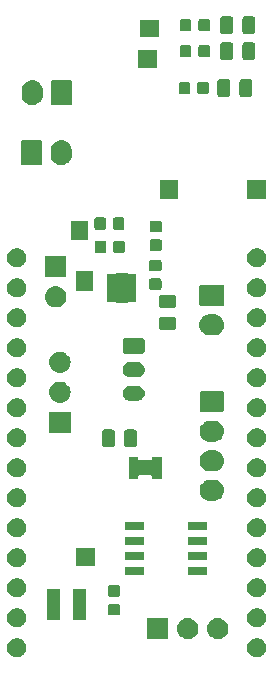
<source format=gbr>
G04 #@! TF.GenerationSoftware,KiCad,Pcbnew,(5.0.1)-rc2*
G04 #@! TF.CreationDate,2019-05-10T17:03:12-07:00*
G04 #@! TF.ProjectId,weatherStation,7765617468657253746174696F6E2E6B,rev?*
G04 #@! TF.SameCoordinates,Original*
G04 #@! TF.FileFunction,Soldermask,Top*
G04 #@! TF.FilePolarity,Negative*
%FSLAX46Y46*%
G04 Gerber Fmt 4.6, Leading zero omitted, Abs format (unit mm)*
G04 Created by KiCad (PCBNEW (5.0.1)-rc2) date 5/10/2019 5:03:12 PM*
%MOMM*%
%LPD*%
G01*
G04 APERTURE LIST*
%ADD10C,0.100000*%
G04 APERTURE END LIST*
D10*
G36*
X115807142Y-105898242D02*
X115913658Y-105942363D01*
X115945132Y-105955400D01*
X115955102Y-105959530D01*
X116088258Y-106048502D01*
X116201498Y-106161742D01*
X116290470Y-106294898D01*
X116351758Y-106442858D01*
X116383000Y-106599925D01*
X116383000Y-106760075D01*
X116351758Y-106917142D01*
X116290470Y-107065102D01*
X116201498Y-107198258D01*
X116088258Y-107311498D01*
X115955102Y-107400470D01*
X115807142Y-107461758D01*
X115650075Y-107493000D01*
X115489925Y-107493000D01*
X115332858Y-107461758D01*
X115184898Y-107400470D01*
X115051742Y-107311498D01*
X114938502Y-107198258D01*
X114849530Y-107065102D01*
X114788242Y-106917142D01*
X114757000Y-106760075D01*
X114757000Y-106599925D01*
X114788242Y-106442858D01*
X114849530Y-106294898D01*
X114938502Y-106161742D01*
X115051742Y-106048502D01*
X115184898Y-105959530D01*
X115194869Y-105955400D01*
X115226342Y-105942363D01*
X115332858Y-105898242D01*
X115489925Y-105867000D01*
X115650075Y-105867000D01*
X115807142Y-105898242D01*
X115807142Y-105898242D01*
G37*
G36*
X95487142Y-105898242D02*
X95593658Y-105942363D01*
X95625132Y-105955400D01*
X95635102Y-105959530D01*
X95768258Y-106048502D01*
X95881498Y-106161742D01*
X95970470Y-106294898D01*
X96031758Y-106442858D01*
X96063000Y-106599925D01*
X96063000Y-106760075D01*
X96031758Y-106917142D01*
X95970470Y-107065102D01*
X95881498Y-107198258D01*
X95768258Y-107311498D01*
X95635102Y-107400470D01*
X95487142Y-107461758D01*
X95330075Y-107493000D01*
X95169925Y-107493000D01*
X95012858Y-107461758D01*
X94864898Y-107400470D01*
X94731742Y-107311498D01*
X94618502Y-107198258D01*
X94529530Y-107065102D01*
X94468242Y-106917142D01*
X94437000Y-106760075D01*
X94437000Y-106599925D01*
X94468242Y-106442858D01*
X94529530Y-106294898D01*
X94618502Y-106161742D01*
X94731742Y-106048502D01*
X94864898Y-105959530D01*
X94874869Y-105955400D01*
X94906342Y-105942363D01*
X95012858Y-105898242D01*
X95169925Y-105867000D01*
X95330075Y-105867000D01*
X95487142Y-105898242D01*
X95487142Y-105898242D01*
G37*
G36*
X109838443Y-104159919D02*
X109904627Y-104166437D01*
X110017853Y-104200784D01*
X110074467Y-104217957D01*
X110213087Y-104292052D01*
X110230991Y-104301622D01*
X110266729Y-104330952D01*
X110368186Y-104414214D01*
X110451448Y-104515671D01*
X110480778Y-104551409D01*
X110480779Y-104551411D01*
X110564443Y-104707933D01*
X110564443Y-104707934D01*
X110615963Y-104877773D01*
X110633359Y-105054400D01*
X110615963Y-105231027D01*
X110581616Y-105344253D01*
X110564443Y-105400867D01*
X110490348Y-105539487D01*
X110480778Y-105557391D01*
X110451448Y-105593129D01*
X110368186Y-105694586D01*
X110266729Y-105777848D01*
X110230991Y-105807178D01*
X110230989Y-105807179D01*
X110074467Y-105890843D01*
X110017853Y-105908016D01*
X109904627Y-105942363D01*
X109838443Y-105948881D01*
X109772260Y-105955400D01*
X109683740Y-105955400D01*
X109617557Y-105948881D01*
X109551373Y-105942363D01*
X109438147Y-105908016D01*
X109381533Y-105890843D01*
X109225011Y-105807179D01*
X109225009Y-105807178D01*
X109189271Y-105777848D01*
X109087814Y-105694586D01*
X109004552Y-105593129D01*
X108975222Y-105557391D01*
X108965652Y-105539487D01*
X108891557Y-105400867D01*
X108874384Y-105344253D01*
X108840037Y-105231027D01*
X108822641Y-105054400D01*
X108840037Y-104877773D01*
X108891557Y-104707934D01*
X108891557Y-104707933D01*
X108975221Y-104551411D01*
X108975222Y-104551409D01*
X109004552Y-104515671D01*
X109087814Y-104414214D01*
X109189271Y-104330952D01*
X109225009Y-104301622D01*
X109242913Y-104292052D01*
X109381533Y-104217957D01*
X109438147Y-104200784D01*
X109551373Y-104166437D01*
X109617557Y-104159919D01*
X109683740Y-104153400D01*
X109772260Y-104153400D01*
X109838443Y-104159919D01*
X109838443Y-104159919D01*
G37*
G36*
X112378443Y-104159919D02*
X112444627Y-104166437D01*
X112557853Y-104200784D01*
X112614467Y-104217957D01*
X112753087Y-104292052D01*
X112770991Y-104301622D01*
X112806729Y-104330952D01*
X112908186Y-104414214D01*
X112991448Y-104515671D01*
X113020778Y-104551409D01*
X113020779Y-104551411D01*
X113104443Y-104707933D01*
X113104443Y-104707934D01*
X113155963Y-104877773D01*
X113173359Y-105054400D01*
X113155963Y-105231027D01*
X113121616Y-105344253D01*
X113104443Y-105400867D01*
X113030348Y-105539487D01*
X113020778Y-105557391D01*
X112991448Y-105593129D01*
X112908186Y-105694586D01*
X112806729Y-105777848D01*
X112770991Y-105807178D01*
X112770989Y-105807179D01*
X112614467Y-105890843D01*
X112557853Y-105908016D01*
X112444627Y-105942363D01*
X112378443Y-105948881D01*
X112312260Y-105955400D01*
X112223740Y-105955400D01*
X112157557Y-105948881D01*
X112091373Y-105942363D01*
X111978147Y-105908016D01*
X111921533Y-105890843D01*
X111765011Y-105807179D01*
X111765009Y-105807178D01*
X111729271Y-105777848D01*
X111627814Y-105694586D01*
X111544552Y-105593129D01*
X111515222Y-105557391D01*
X111505652Y-105539487D01*
X111431557Y-105400867D01*
X111414384Y-105344253D01*
X111380037Y-105231027D01*
X111362641Y-105054400D01*
X111380037Y-104877773D01*
X111431557Y-104707934D01*
X111431557Y-104707933D01*
X111515221Y-104551411D01*
X111515222Y-104551409D01*
X111544552Y-104515671D01*
X111627814Y-104414214D01*
X111729271Y-104330952D01*
X111765009Y-104301622D01*
X111782913Y-104292052D01*
X111921533Y-104217957D01*
X111978147Y-104200784D01*
X112091373Y-104166437D01*
X112157557Y-104159919D01*
X112223740Y-104153400D01*
X112312260Y-104153400D01*
X112378443Y-104159919D01*
X112378443Y-104159919D01*
G37*
G36*
X108089000Y-105955400D02*
X106287000Y-105955400D01*
X106287000Y-104153400D01*
X108089000Y-104153400D01*
X108089000Y-105955400D01*
X108089000Y-105955400D01*
G37*
G36*
X115807142Y-103358242D02*
X115955102Y-103419530D01*
X116088258Y-103508502D01*
X116201498Y-103621742D01*
X116290470Y-103754898D01*
X116351758Y-103902858D01*
X116383000Y-104059925D01*
X116383000Y-104220075D01*
X116351758Y-104377142D01*
X116290470Y-104525102D01*
X116201498Y-104658258D01*
X116088258Y-104771498D01*
X115955102Y-104860470D01*
X115807142Y-104921758D01*
X115650075Y-104953000D01*
X115489925Y-104953000D01*
X115332858Y-104921758D01*
X115184898Y-104860470D01*
X115051742Y-104771498D01*
X114938502Y-104658258D01*
X114849530Y-104525102D01*
X114788242Y-104377142D01*
X114757000Y-104220075D01*
X114757000Y-104059925D01*
X114788242Y-103902858D01*
X114849530Y-103754898D01*
X114938502Y-103621742D01*
X115051742Y-103508502D01*
X115184898Y-103419530D01*
X115332858Y-103358242D01*
X115489925Y-103327000D01*
X115650075Y-103327000D01*
X115807142Y-103358242D01*
X115807142Y-103358242D01*
G37*
G36*
X95487142Y-103358242D02*
X95635102Y-103419530D01*
X95768258Y-103508502D01*
X95881498Y-103621742D01*
X95970470Y-103754898D01*
X96031758Y-103902858D01*
X96063000Y-104059925D01*
X96063000Y-104220075D01*
X96031758Y-104377142D01*
X95970470Y-104525102D01*
X95881498Y-104658258D01*
X95768258Y-104771498D01*
X95635102Y-104860470D01*
X95487142Y-104921758D01*
X95330075Y-104953000D01*
X95169925Y-104953000D01*
X95012858Y-104921758D01*
X94864898Y-104860470D01*
X94731742Y-104771498D01*
X94618502Y-104658258D01*
X94529530Y-104525102D01*
X94468242Y-104377142D01*
X94437000Y-104220075D01*
X94437000Y-104059925D01*
X94468242Y-103902858D01*
X94529530Y-103754898D01*
X94618502Y-103621742D01*
X94731742Y-103508502D01*
X94864898Y-103419530D01*
X95012858Y-103358242D01*
X95169925Y-103327000D01*
X95330075Y-103327000D01*
X95487142Y-103358242D01*
X95487142Y-103358242D01*
G37*
G36*
X98947400Y-104348400D02*
X97785400Y-104348400D01*
X97785400Y-101696400D01*
X98947400Y-101696400D01*
X98947400Y-104348400D01*
X98947400Y-104348400D01*
G37*
G36*
X101147400Y-104348400D02*
X99985400Y-104348400D01*
X99985400Y-101696400D01*
X101147400Y-101696400D01*
X101147400Y-104348400D01*
X101147400Y-104348400D01*
G37*
G36*
X103859191Y-102969885D02*
X103893169Y-102980193D01*
X103924487Y-102996933D01*
X103951939Y-103019461D01*
X103974467Y-103046913D01*
X103991207Y-103078231D01*
X104001515Y-103112209D01*
X104005600Y-103153690D01*
X104005600Y-103754910D01*
X104001515Y-103796391D01*
X103991207Y-103830369D01*
X103974467Y-103861687D01*
X103951939Y-103889139D01*
X103924487Y-103911667D01*
X103893169Y-103928407D01*
X103859191Y-103938715D01*
X103817710Y-103942800D01*
X103141490Y-103942800D01*
X103100009Y-103938715D01*
X103066031Y-103928407D01*
X103034713Y-103911667D01*
X103007261Y-103889139D01*
X102984733Y-103861687D01*
X102967993Y-103830369D01*
X102957685Y-103796391D01*
X102953600Y-103754910D01*
X102953600Y-103153690D01*
X102957685Y-103112209D01*
X102967993Y-103078231D01*
X102984733Y-103046913D01*
X103007261Y-103019461D01*
X103034713Y-102996933D01*
X103066031Y-102980193D01*
X103100009Y-102969885D01*
X103141490Y-102965800D01*
X103817710Y-102965800D01*
X103859191Y-102969885D01*
X103859191Y-102969885D01*
G37*
G36*
X95487142Y-100818242D02*
X95635102Y-100879530D01*
X95768258Y-100968502D01*
X95881498Y-101081742D01*
X95970470Y-101214898D01*
X96031758Y-101362858D01*
X96063000Y-101519925D01*
X96063000Y-101680075D01*
X96031758Y-101837142D01*
X95970470Y-101985102D01*
X95881498Y-102118258D01*
X95768258Y-102231498D01*
X95635102Y-102320470D01*
X95487142Y-102381758D01*
X95330075Y-102413000D01*
X95169925Y-102413000D01*
X95012858Y-102381758D01*
X94864898Y-102320470D01*
X94731742Y-102231498D01*
X94618502Y-102118258D01*
X94529530Y-101985102D01*
X94468242Y-101837142D01*
X94437000Y-101680075D01*
X94437000Y-101519925D01*
X94468242Y-101362858D01*
X94529530Y-101214898D01*
X94618502Y-101081742D01*
X94731742Y-100968502D01*
X94864898Y-100879530D01*
X95012858Y-100818242D01*
X95169925Y-100787000D01*
X95330075Y-100787000D01*
X95487142Y-100818242D01*
X95487142Y-100818242D01*
G37*
G36*
X115807142Y-100818242D02*
X115955102Y-100879530D01*
X116088258Y-100968502D01*
X116201498Y-101081742D01*
X116290470Y-101214898D01*
X116351758Y-101362858D01*
X116383000Y-101519925D01*
X116383000Y-101680075D01*
X116351758Y-101837142D01*
X116290470Y-101985102D01*
X116201498Y-102118258D01*
X116088258Y-102231498D01*
X115955102Y-102320470D01*
X115807142Y-102381758D01*
X115650075Y-102413000D01*
X115489925Y-102413000D01*
X115332858Y-102381758D01*
X115184898Y-102320470D01*
X115051742Y-102231498D01*
X114938502Y-102118258D01*
X114849530Y-101985102D01*
X114788242Y-101837142D01*
X114757000Y-101680075D01*
X114757000Y-101519925D01*
X114788242Y-101362858D01*
X114849530Y-101214898D01*
X114938502Y-101081742D01*
X115051742Y-100968502D01*
X115184898Y-100879530D01*
X115332858Y-100818242D01*
X115489925Y-100787000D01*
X115650075Y-100787000D01*
X115807142Y-100818242D01*
X115807142Y-100818242D01*
G37*
G36*
X103859191Y-101394885D02*
X103893169Y-101405193D01*
X103924487Y-101421933D01*
X103951939Y-101444461D01*
X103974467Y-101471913D01*
X103991207Y-101503231D01*
X104001515Y-101537209D01*
X104005600Y-101578690D01*
X104005600Y-102179910D01*
X104001515Y-102221391D01*
X103991207Y-102255369D01*
X103974467Y-102286687D01*
X103951939Y-102314139D01*
X103924487Y-102336667D01*
X103893169Y-102353407D01*
X103859191Y-102363715D01*
X103817710Y-102367800D01*
X103141490Y-102367800D01*
X103100009Y-102363715D01*
X103066031Y-102353407D01*
X103034713Y-102336667D01*
X103007261Y-102314139D01*
X102984733Y-102286687D01*
X102967993Y-102255369D01*
X102957685Y-102221391D01*
X102953600Y-102179910D01*
X102953600Y-101578690D01*
X102957685Y-101537209D01*
X102967993Y-101503231D01*
X102984733Y-101471913D01*
X103007261Y-101444461D01*
X103034713Y-101421933D01*
X103066031Y-101405193D01*
X103100009Y-101394885D01*
X103141490Y-101390800D01*
X103817710Y-101390800D01*
X103859191Y-101394885D01*
X103859191Y-101394885D01*
G37*
G36*
X105959128Y-99854764D02*
X105980211Y-99861160D01*
X105999642Y-99871546D01*
X106016675Y-99885525D01*
X106030654Y-99902558D01*
X106041040Y-99921989D01*
X106047436Y-99943072D01*
X106050200Y-99971140D01*
X106050200Y-100434860D01*
X106047436Y-100462928D01*
X106041040Y-100484011D01*
X106030654Y-100503442D01*
X106016675Y-100520475D01*
X105999642Y-100534454D01*
X105980211Y-100544840D01*
X105959128Y-100551236D01*
X105931060Y-100554000D01*
X104517340Y-100554000D01*
X104489272Y-100551236D01*
X104468189Y-100544840D01*
X104448758Y-100534454D01*
X104431725Y-100520475D01*
X104417746Y-100503442D01*
X104407360Y-100484011D01*
X104400964Y-100462928D01*
X104398200Y-100434860D01*
X104398200Y-99971140D01*
X104400964Y-99943072D01*
X104407360Y-99921989D01*
X104417746Y-99902558D01*
X104431725Y-99885525D01*
X104448758Y-99871546D01*
X104468189Y-99861160D01*
X104489272Y-99854764D01*
X104517340Y-99852000D01*
X105931060Y-99852000D01*
X105959128Y-99854764D01*
X105959128Y-99854764D01*
G37*
G36*
X111309128Y-99854764D02*
X111330211Y-99861160D01*
X111349642Y-99871546D01*
X111366675Y-99885525D01*
X111380654Y-99902558D01*
X111391040Y-99921989D01*
X111397436Y-99943072D01*
X111400200Y-99971140D01*
X111400200Y-100434860D01*
X111397436Y-100462928D01*
X111391040Y-100484011D01*
X111380654Y-100503442D01*
X111366675Y-100520475D01*
X111349642Y-100534454D01*
X111330211Y-100544840D01*
X111309128Y-100551236D01*
X111281060Y-100554000D01*
X109867340Y-100554000D01*
X109839272Y-100551236D01*
X109818189Y-100544840D01*
X109798758Y-100534454D01*
X109781725Y-100520475D01*
X109767746Y-100503442D01*
X109757360Y-100484011D01*
X109750964Y-100462928D01*
X109748200Y-100434860D01*
X109748200Y-99971140D01*
X109750964Y-99943072D01*
X109757360Y-99921989D01*
X109767746Y-99902558D01*
X109781725Y-99885525D01*
X109798758Y-99871546D01*
X109818189Y-99861160D01*
X109839272Y-99854764D01*
X109867340Y-99852000D01*
X111281060Y-99852000D01*
X111309128Y-99854764D01*
X111309128Y-99854764D01*
G37*
G36*
X115807142Y-98278242D02*
X115955102Y-98339530D01*
X116088258Y-98428502D01*
X116201498Y-98541742D01*
X116290470Y-98674898D01*
X116351758Y-98822858D01*
X116383000Y-98979925D01*
X116383000Y-99140075D01*
X116351758Y-99297142D01*
X116290470Y-99445102D01*
X116201498Y-99578258D01*
X116088258Y-99691498D01*
X115955102Y-99780470D01*
X115807142Y-99841758D01*
X115650075Y-99873000D01*
X115489925Y-99873000D01*
X115332858Y-99841758D01*
X115184898Y-99780470D01*
X115051742Y-99691498D01*
X114938502Y-99578258D01*
X114849530Y-99445102D01*
X114788242Y-99297142D01*
X114757000Y-99140075D01*
X114757000Y-98979925D01*
X114788242Y-98822858D01*
X114849530Y-98674898D01*
X114938502Y-98541742D01*
X115051742Y-98428502D01*
X115184898Y-98339530D01*
X115332858Y-98278242D01*
X115489925Y-98247000D01*
X115650075Y-98247000D01*
X115807142Y-98278242D01*
X115807142Y-98278242D01*
G37*
G36*
X95487142Y-98278242D02*
X95635102Y-98339530D01*
X95768258Y-98428502D01*
X95881498Y-98541742D01*
X95970470Y-98674898D01*
X96031758Y-98822858D01*
X96063000Y-98979925D01*
X96063000Y-99140075D01*
X96031758Y-99297142D01*
X95970470Y-99445102D01*
X95881498Y-99578258D01*
X95768258Y-99691498D01*
X95635102Y-99780470D01*
X95487142Y-99841758D01*
X95330075Y-99873000D01*
X95169925Y-99873000D01*
X95012858Y-99841758D01*
X94864898Y-99780470D01*
X94731742Y-99691498D01*
X94618502Y-99578258D01*
X94529530Y-99445102D01*
X94468242Y-99297142D01*
X94437000Y-99140075D01*
X94437000Y-98979925D01*
X94468242Y-98822858D01*
X94529530Y-98674898D01*
X94618502Y-98541742D01*
X94731742Y-98428502D01*
X94864898Y-98339530D01*
X95012858Y-98278242D01*
X95169925Y-98247000D01*
X95330075Y-98247000D01*
X95487142Y-98278242D01*
X95487142Y-98278242D01*
G37*
G36*
X101917500Y-99745800D02*
X100266500Y-99745800D01*
X100266500Y-98272600D01*
X101917500Y-98272600D01*
X101917500Y-99745800D01*
X101917500Y-99745800D01*
G37*
G36*
X111309128Y-98584764D02*
X111330211Y-98591160D01*
X111349642Y-98601546D01*
X111366675Y-98615525D01*
X111380654Y-98632558D01*
X111391040Y-98651989D01*
X111397436Y-98673072D01*
X111400200Y-98701140D01*
X111400200Y-99164860D01*
X111397436Y-99192928D01*
X111391040Y-99214011D01*
X111380654Y-99233442D01*
X111366675Y-99250475D01*
X111349642Y-99264454D01*
X111330211Y-99274840D01*
X111309128Y-99281236D01*
X111281060Y-99284000D01*
X109867340Y-99284000D01*
X109839272Y-99281236D01*
X109818189Y-99274840D01*
X109798758Y-99264454D01*
X109781725Y-99250475D01*
X109767746Y-99233442D01*
X109757360Y-99214011D01*
X109750964Y-99192928D01*
X109748200Y-99164860D01*
X109748200Y-98701140D01*
X109750964Y-98673072D01*
X109757360Y-98651989D01*
X109767746Y-98632558D01*
X109781725Y-98615525D01*
X109798758Y-98601546D01*
X109818189Y-98591160D01*
X109839272Y-98584764D01*
X109867340Y-98582000D01*
X111281060Y-98582000D01*
X111309128Y-98584764D01*
X111309128Y-98584764D01*
G37*
G36*
X105959128Y-98584764D02*
X105980211Y-98591160D01*
X105999642Y-98601546D01*
X106016675Y-98615525D01*
X106030654Y-98632558D01*
X106041040Y-98651989D01*
X106047436Y-98673072D01*
X106050200Y-98701140D01*
X106050200Y-99164860D01*
X106047436Y-99192928D01*
X106041040Y-99214011D01*
X106030654Y-99233442D01*
X106016675Y-99250475D01*
X105999642Y-99264454D01*
X105980211Y-99274840D01*
X105959128Y-99281236D01*
X105931060Y-99284000D01*
X104517340Y-99284000D01*
X104489272Y-99281236D01*
X104468189Y-99274840D01*
X104448758Y-99264454D01*
X104431725Y-99250475D01*
X104417746Y-99233442D01*
X104407360Y-99214011D01*
X104400964Y-99192928D01*
X104398200Y-99164860D01*
X104398200Y-98701140D01*
X104400964Y-98673072D01*
X104407360Y-98651989D01*
X104417746Y-98632558D01*
X104431725Y-98615525D01*
X104448758Y-98601546D01*
X104468189Y-98591160D01*
X104489272Y-98584764D01*
X104517340Y-98582000D01*
X105931060Y-98582000D01*
X105959128Y-98584764D01*
X105959128Y-98584764D01*
G37*
G36*
X105959128Y-97314764D02*
X105980211Y-97321160D01*
X105999642Y-97331546D01*
X106016675Y-97345525D01*
X106030654Y-97362558D01*
X106041040Y-97381989D01*
X106047436Y-97403072D01*
X106050200Y-97431140D01*
X106050200Y-97894860D01*
X106047436Y-97922928D01*
X106041040Y-97944011D01*
X106030654Y-97963442D01*
X106016675Y-97980475D01*
X105999642Y-97994454D01*
X105980211Y-98004840D01*
X105959128Y-98011236D01*
X105931060Y-98014000D01*
X104517340Y-98014000D01*
X104489272Y-98011236D01*
X104468189Y-98004840D01*
X104448758Y-97994454D01*
X104431725Y-97980475D01*
X104417746Y-97963442D01*
X104407360Y-97944011D01*
X104400964Y-97922928D01*
X104398200Y-97894860D01*
X104398200Y-97431140D01*
X104400964Y-97403072D01*
X104407360Y-97381989D01*
X104417746Y-97362558D01*
X104431725Y-97345525D01*
X104448758Y-97331546D01*
X104468189Y-97321160D01*
X104489272Y-97314764D01*
X104517340Y-97312000D01*
X105931060Y-97312000D01*
X105959128Y-97314764D01*
X105959128Y-97314764D01*
G37*
G36*
X111309128Y-97314764D02*
X111330211Y-97321160D01*
X111349642Y-97331546D01*
X111366675Y-97345525D01*
X111380654Y-97362558D01*
X111391040Y-97381989D01*
X111397436Y-97403072D01*
X111400200Y-97431140D01*
X111400200Y-97894860D01*
X111397436Y-97922928D01*
X111391040Y-97944011D01*
X111380654Y-97963442D01*
X111366675Y-97980475D01*
X111349642Y-97994454D01*
X111330211Y-98004840D01*
X111309128Y-98011236D01*
X111281060Y-98014000D01*
X109867340Y-98014000D01*
X109839272Y-98011236D01*
X109818189Y-98004840D01*
X109798758Y-97994454D01*
X109781725Y-97980475D01*
X109767746Y-97963442D01*
X109757360Y-97944011D01*
X109750964Y-97922928D01*
X109748200Y-97894860D01*
X109748200Y-97431140D01*
X109750964Y-97403072D01*
X109757360Y-97381989D01*
X109767746Y-97362558D01*
X109781725Y-97345525D01*
X109798758Y-97331546D01*
X109818189Y-97321160D01*
X109839272Y-97314764D01*
X109867340Y-97312000D01*
X111281060Y-97312000D01*
X111309128Y-97314764D01*
X111309128Y-97314764D01*
G37*
G36*
X95487142Y-95738242D02*
X95635102Y-95799530D01*
X95768258Y-95888502D01*
X95881498Y-96001742D01*
X95970470Y-96134898D01*
X96031758Y-96282858D01*
X96063000Y-96439925D01*
X96063000Y-96600075D01*
X96031758Y-96757142D01*
X95970470Y-96905102D01*
X95881498Y-97038258D01*
X95768258Y-97151498D01*
X95635102Y-97240470D01*
X95487142Y-97301758D01*
X95330075Y-97333000D01*
X95169925Y-97333000D01*
X95012858Y-97301758D01*
X94864898Y-97240470D01*
X94731742Y-97151498D01*
X94618502Y-97038258D01*
X94529530Y-96905102D01*
X94468242Y-96757142D01*
X94437000Y-96600075D01*
X94437000Y-96439925D01*
X94468242Y-96282858D01*
X94529530Y-96134898D01*
X94618502Y-96001742D01*
X94731742Y-95888502D01*
X94864898Y-95799530D01*
X95012858Y-95738242D01*
X95169925Y-95707000D01*
X95330075Y-95707000D01*
X95487142Y-95738242D01*
X95487142Y-95738242D01*
G37*
G36*
X115807142Y-95738242D02*
X115955102Y-95799530D01*
X116088258Y-95888502D01*
X116201498Y-96001742D01*
X116290470Y-96134898D01*
X116351758Y-96282858D01*
X116383000Y-96439925D01*
X116383000Y-96600075D01*
X116351758Y-96757142D01*
X116290470Y-96905102D01*
X116201498Y-97038258D01*
X116088258Y-97151498D01*
X115955102Y-97240470D01*
X115807142Y-97301758D01*
X115650075Y-97333000D01*
X115489925Y-97333000D01*
X115332858Y-97301758D01*
X115184898Y-97240470D01*
X115051742Y-97151498D01*
X114938502Y-97038258D01*
X114849530Y-96905102D01*
X114788242Y-96757142D01*
X114757000Y-96600075D01*
X114757000Y-96439925D01*
X114788242Y-96282858D01*
X114849530Y-96134898D01*
X114938502Y-96001742D01*
X115051742Y-95888502D01*
X115184898Y-95799530D01*
X115332858Y-95738242D01*
X115489925Y-95707000D01*
X115650075Y-95707000D01*
X115807142Y-95738242D01*
X115807142Y-95738242D01*
G37*
G36*
X111309128Y-96044764D02*
X111330211Y-96051160D01*
X111349642Y-96061546D01*
X111366675Y-96075525D01*
X111380654Y-96092558D01*
X111391040Y-96111989D01*
X111397436Y-96133072D01*
X111400200Y-96161140D01*
X111400200Y-96624860D01*
X111397436Y-96652928D01*
X111391040Y-96674011D01*
X111380654Y-96693442D01*
X111366675Y-96710475D01*
X111349642Y-96724454D01*
X111330211Y-96734840D01*
X111309128Y-96741236D01*
X111281060Y-96744000D01*
X109867340Y-96744000D01*
X109839272Y-96741236D01*
X109818189Y-96734840D01*
X109798758Y-96724454D01*
X109781725Y-96710475D01*
X109767746Y-96693442D01*
X109757360Y-96674011D01*
X109750964Y-96652928D01*
X109748200Y-96624860D01*
X109748200Y-96161140D01*
X109750964Y-96133072D01*
X109757360Y-96111989D01*
X109767746Y-96092558D01*
X109781725Y-96075525D01*
X109798758Y-96061546D01*
X109818189Y-96051160D01*
X109839272Y-96044764D01*
X109867340Y-96042000D01*
X111281060Y-96042000D01*
X111309128Y-96044764D01*
X111309128Y-96044764D01*
G37*
G36*
X105959128Y-96044764D02*
X105980211Y-96051160D01*
X105999642Y-96061546D01*
X106016675Y-96075525D01*
X106030654Y-96092558D01*
X106041040Y-96111989D01*
X106047436Y-96133072D01*
X106050200Y-96161140D01*
X106050200Y-96624860D01*
X106047436Y-96652928D01*
X106041040Y-96674011D01*
X106030654Y-96693442D01*
X106016675Y-96710475D01*
X105999642Y-96724454D01*
X105980211Y-96734840D01*
X105959128Y-96741236D01*
X105931060Y-96744000D01*
X104517340Y-96744000D01*
X104489272Y-96741236D01*
X104468189Y-96734840D01*
X104448758Y-96724454D01*
X104431725Y-96710475D01*
X104417746Y-96693442D01*
X104407360Y-96674011D01*
X104400964Y-96652928D01*
X104398200Y-96624860D01*
X104398200Y-96161140D01*
X104400964Y-96133072D01*
X104407360Y-96111989D01*
X104417746Y-96092558D01*
X104431725Y-96075525D01*
X104448758Y-96061546D01*
X104468189Y-96051160D01*
X104489272Y-96044764D01*
X104517340Y-96042000D01*
X105931060Y-96042000D01*
X105959128Y-96044764D01*
X105959128Y-96044764D01*
G37*
G36*
X115807142Y-93198242D02*
X115955102Y-93259530D01*
X116088258Y-93348502D01*
X116201498Y-93461742D01*
X116290470Y-93594898D01*
X116351758Y-93742858D01*
X116383000Y-93899925D01*
X116383000Y-94060075D01*
X116351758Y-94217142D01*
X116290470Y-94365102D01*
X116201498Y-94498258D01*
X116088258Y-94611498D01*
X115955102Y-94700470D01*
X115807142Y-94761758D01*
X115650075Y-94793000D01*
X115489925Y-94793000D01*
X115332858Y-94761758D01*
X115184898Y-94700470D01*
X115051742Y-94611498D01*
X114938502Y-94498258D01*
X114849530Y-94365102D01*
X114788242Y-94217142D01*
X114757000Y-94060075D01*
X114757000Y-93899925D01*
X114788242Y-93742858D01*
X114849530Y-93594898D01*
X114938502Y-93461742D01*
X115051742Y-93348502D01*
X115184898Y-93259530D01*
X115332858Y-93198242D01*
X115489925Y-93167000D01*
X115650075Y-93167000D01*
X115807142Y-93198242D01*
X115807142Y-93198242D01*
G37*
G36*
X95487142Y-93198242D02*
X95635102Y-93259530D01*
X95768258Y-93348502D01*
X95881498Y-93461742D01*
X95970470Y-93594898D01*
X96031758Y-93742858D01*
X96063000Y-93899925D01*
X96063000Y-94060075D01*
X96031758Y-94217142D01*
X95970470Y-94365102D01*
X95881498Y-94498258D01*
X95768258Y-94611498D01*
X95635102Y-94700470D01*
X95487142Y-94761758D01*
X95330075Y-94793000D01*
X95169925Y-94793000D01*
X95012858Y-94761758D01*
X94864898Y-94700470D01*
X94731742Y-94611498D01*
X94618502Y-94498258D01*
X94529530Y-94365102D01*
X94468242Y-94217142D01*
X94437000Y-94060075D01*
X94437000Y-93899925D01*
X94468242Y-93742858D01*
X94529530Y-93594898D01*
X94618502Y-93461742D01*
X94731742Y-93348502D01*
X94864898Y-93259530D01*
X95012858Y-93198242D01*
X95169925Y-93167000D01*
X95330075Y-93167000D01*
X95487142Y-93198242D01*
X95487142Y-93198242D01*
G37*
G36*
X111995443Y-92450519D02*
X112061627Y-92457037D01*
X112174853Y-92491384D01*
X112231467Y-92508557D01*
X112370087Y-92582652D01*
X112387991Y-92592222D01*
X112423729Y-92621552D01*
X112525186Y-92704814D01*
X112608448Y-92806271D01*
X112637778Y-92842009D01*
X112637779Y-92842011D01*
X112721443Y-92998533D01*
X112721443Y-92998534D01*
X112772963Y-93168373D01*
X112790359Y-93345000D01*
X112772963Y-93521627D01*
X112750736Y-93594900D01*
X112721443Y-93691467D01*
X112647348Y-93830087D01*
X112637778Y-93847991D01*
X112608448Y-93883729D01*
X112525186Y-93985186D01*
X112433933Y-94060074D01*
X112387991Y-94097778D01*
X112387989Y-94097779D01*
X112231467Y-94181443D01*
X112174853Y-94198616D01*
X112061627Y-94232963D01*
X111995443Y-94239481D01*
X111929260Y-94246000D01*
X111590740Y-94246000D01*
X111524557Y-94239481D01*
X111458373Y-94232963D01*
X111345147Y-94198616D01*
X111288533Y-94181443D01*
X111132011Y-94097779D01*
X111132009Y-94097778D01*
X111086067Y-94060074D01*
X110994814Y-93985186D01*
X110911552Y-93883729D01*
X110882222Y-93847991D01*
X110872652Y-93830087D01*
X110798557Y-93691467D01*
X110769264Y-93594900D01*
X110747037Y-93521627D01*
X110729641Y-93345000D01*
X110747037Y-93168373D01*
X110798557Y-92998534D01*
X110798557Y-92998533D01*
X110882221Y-92842011D01*
X110882222Y-92842009D01*
X110911552Y-92806271D01*
X110994814Y-92704814D01*
X111096271Y-92621552D01*
X111132009Y-92592222D01*
X111149913Y-92582652D01*
X111288533Y-92508557D01*
X111345147Y-92491384D01*
X111458373Y-92457037D01*
X111524557Y-92450519D01*
X111590740Y-92444000D01*
X111929260Y-92444000D01*
X111995443Y-92450519D01*
X111995443Y-92450519D01*
G37*
G36*
X105522200Y-90664000D02*
X105524602Y-90688386D01*
X105531715Y-90711835D01*
X105543266Y-90733446D01*
X105558812Y-90752388D01*
X105577754Y-90767934D01*
X105599365Y-90779485D01*
X105622814Y-90786598D01*
X105647200Y-90789000D01*
X106595200Y-90789000D01*
X106619586Y-90786598D01*
X106643035Y-90779485D01*
X106664646Y-90767934D01*
X106683588Y-90752388D01*
X106699134Y-90733446D01*
X106710685Y-90711835D01*
X106717798Y-90688386D01*
X106720200Y-90664000D01*
X106720200Y-90489000D01*
X107522200Y-90489000D01*
X107522200Y-92391000D01*
X106720200Y-92391000D01*
X106720200Y-92216000D01*
X106717798Y-92191614D01*
X106710685Y-92168165D01*
X106699134Y-92146554D01*
X106683588Y-92127612D01*
X106664646Y-92112066D01*
X106643035Y-92100515D01*
X106619586Y-92093402D01*
X106595200Y-92091000D01*
X105647200Y-92091000D01*
X105622814Y-92093402D01*
X105599365Y-92100515D01*
X105577754Y-92112066D01*
X105558812Y-92127612D01*
X105543266Y-92146554D01*
X105531715Y-92168165D01*
X105524602Y-92191614D01*
X105522200Y-92216000D01*
X105522200Y-92391000D01*
X104720200Y-92391000D01*
X104720200Y-90489000D01*
X105522200Y-90489000D01*
X105522200Y-90664000D01*
X105522200Y-90664000D01*
G37*
G36*
X115807142Y-90658242D02*
X115955102Y-90719530D01*
X116004277Y-90752388D01*
X116055477Y-90786598D01*
X116088258Y-90808502D01*
X116201498Y-90921742D01*
X116290470Y-91054898D01*
X116351758Y-91202858D01*
X116383000Y-91359925D01*
X116383000Y-91520075D01*
X116351758Y-91677142D01*
X116304354Y-91791583D01*
X116290471Y-91825100D01*
X116201499Y-91958257D01*
X116088257Y-92071499D01*
X116044831Y-92100515D01*
X115955102Y-92160470D01*
X115807142Y-92221758D01*
X115650075Y-92253000D01*
X115489925Y-92253000D01*
X115332858Y-92221758D01*
X115184898Y-92160470D01*
X115095169Y-92100515D01*
X115051743Y-92071499D01*
X114938501Y-91958257D01*
X114849529Y-91825100D01*
X114835646Y-91791583D01*
X114788242Y-91677142D01*
X114757000Y-91520075D01*
X114757000Y-91359925D01*
X114788242Y-91202858D01*
X114849530Y-91054898D01*
X114938502Y-90921742D01*
X115051742Y-90808502D01*
X115084524Y-90786598D01*
X115135723Y-90752388D01*
X115184898Y-90719530D01*
X115332858Y-90658242D01*
X115489925Y-90627000D01*
X115650075Y-90627000D01*
X115807142Y-90658242D01*
X115807142Y-90658242D01*
G37*
G36*
X95487142Y-90658242D02*
X95635102Y-90719530D01*
X95684277Y-90752388D01*
X95735477Y-90786598D01*
X95768258Y-90808502D01*
X95881498Y-90921742D01*
X95970470Y-91054898D01*
X96031758Y-91202858D01*
X96063000Y-91359925D01*
X96063000Y-91520075D01*
X96031758Y-91677142D01*
X95984354Y-91791583D01*
X95970471Y-91825100D01*
X95881499Y-91958257D01*
X95768257Y-92071499D01*
X95724831Y-92100515D01*
X95635102Y-92160470D01*
X95487142Y-92221758D01*
X95330075Y-92253000D01*
X95169925Y-92253000D01*
X95012858Y-92221758D01*
X94864898Y-92160470D01*
X94775169Y-92100515D01*
X94731743Y-92071499D01*
X94618501Y-91958257D01*
X94529529Y-91825100D01*
X94515646Y-91791583D01*
X94468242Y-91677142D01*
X94437000Y-91520075D01*
X94437000Y-91359925D01*
X94468242Y-91202858D01*
X94529530Y-91054898D01*
X94618502Y-90921742D01*
X94731742Y-90808502D01*
X94764524Y-90786598D01*
X94815723Y-90752388D01*
X94864898Y-90719530D01*
X95012858Y-90658242D01*
X95169925Y-90627000D01*
X95330075Y-90627000D01*
X95487142Y-90658242D01*
X95487142Y-90658242D01*
G37*
G36*
X111995443Y-89950519D02*
X112061627Y-89957037D01*
X112174853Y-89991384D01*
X112231467Y-90008557D01*
X112370087Y-90082652D01*
X112387991Y-90092222D01*
X112423729Y-90121552D01*
X112525186Y-90204814D01*
X112608448Y-90306271D01*
X112637778Y-90342009D01*
X112637779Y-90342011D01*
X112721443Y-90498533D01*
X112721443Y-90498534D01*
X112772963Y-90668373D01*
X112790359Y-90845000D01*
X112772963Y-91021627D01*
X112738616Y-91134853D01*
X112721443Y-91191467D01*
X112715354Y-91202858D01*
X112637778Y-91347991D01*
X112627984Y-91359925D01*
X112525186Y-91485186D01*
X112423729Y-91568448D01*
X112387991Y-91597778D01*
X112387989Y-91597779D01*
X112231467Y-91681443D01*
X112174853Y-91698616D01*
X112061627Y-91732963D01*
X111995443Y-91739481D01*
X111929260Y-91746000D01*
X111590740Y-91746000D01*
X111524557Y-91739481D01*
X111458373Y-91732963D01*
X111345147Y-91698616D01*
X111288533Y-91681443D01*
X111132011Y-91597779D01*
X111132009Y-91597778D01*
X111096271Y-91568448D01*
X110994814Y-91485186D01*
X110892016Y-91359925D01*
X110882222Y-91347991D01*
X110804646Y-91202858D01*
X110798557Y-91191467D01*
X110781384Y-91134853D01*
X110747037Y-91021627D01*
X110729641Y-90845000D01*
X110747037Y-90668373D01*
X110798557Y-90498534D01*
X110798557Y-90498533D01*
X110882221Y-90342011D01*
X110882222Y-90342009D01*
X110911552Y-90306271D01*
X110994814Y-90204814D01*
X111096271Y-90121552D01*
X111132009Y-90092222D01*
X111149913Y-90082652D01*
X111288533Y-90008557D01*
X111345147Y-89991384D01*
X111458373Y-89957037D01*
X111524557Y-89950519D01*
X111590740Y-89944000D01*
X111929260Y-89944000D01*
X111995443Y-89950519D01*
X111995443Y-89950519D01*
G37*
G36*
X95487142Y-88118242D02*
X95635102Y-88179530D01*
X95689827Y-88216096D01*
X95768257Y-88268501D01*
X95881499Y-88381743D01*
X95904737Y-88416522D01*
X95947286Y-88480200D01*
X95970471Y-88514900D01*
X95973257Y-88521627D01*
X96031758Y-88662858D01*
X96063000Y-88819925D01*
X96063000Y-88980075D01*
X96031758Y-89137142D01*
X95970470Y-89285102D01*
X95881498Y-89418258D01*
X95768258Y-89531498D01*
X95635102Y-89620470D01*
X95635101Y-89620471D01*
X95635100Y-89620471D01*
X95601583Y-89634354D01*
X95487142Y-89681758D01*
X95330075Y-89713000D01*
X95169925Y-89713000D01*
X95012858Y-89681758D01*
X94898417Y-89634354D01*
X94864900Y-89620471D01*
X94864899Y-89620471D01*
X94864898Y-89620470D01*
X94731742Y-89531498D01*
X94618502Y-89418258D01*
X94529530Y-89285102D01*
X94468242Y-89137142D01*
X94437000Y-88980075D01*
X94437000Y-88819925D01*
X94468242Y-88662858D01*
X94526743Y-88521627D01*
X94529529Y-88514900D01*
X94552715Y-88480200D01*
X94595263Y-88416522D01*
X94618501Y-88381743D01*
X94731743Y-88268501D01*
X94810173Y-88216096D01*
X94864898Y-88179530D01*
X95012858Y-88118242D01*
X95169925Y-88087000D01*
X95330075Y-88087000D01*
X95487142Y-88118242D01*
X95487142Y-88118242D01*
G37*
G36*
X115807142Y-88118242D02*
X115955102Y-88179530D01*
X116009827Y-88216096D01*
X116088257Y-88268501D01*
X116201499Y-88381743D01*
X116224737Y-88416522D01*
X116267286Y-88480200D01*
X116290471Y-88514900D01*
X116293257Y-88521627D01*
X116351758Y-88662858D01*
X116383000Y-88819925D01*
X116383000Y-88980075D01*
X116351758Y-89137142D01*
X116290470Y-89285102D01*
X116201498Y-89418258D01*
X116088258Y-89531498D01*
X115955102Y-89620470D01*
X115955101Y-89620471D01*
X115955100Y-89620471D01*
X115921583Y-89634354D01*
X115807142Y-89681758D01*
X115650075Y-89713000D01*
X115489925Y-89713000D01*
X115332858Y-89681758D01*
X115218417Y-89634354D01*
X115184900Y-89620471D01*
X115184899Y-89620471D01*
X115184898Y-89620470D01*
X115051742Y-89531498D01*
X114938502Y-89418258D01*
X114849530Y-89285102D01*
X114788242Y-89137142D01*
X114757000Y-88980075D01*
X114757000Y-88819925D01*
X114788242Y-88662858D01*
X114846743Y-88521627D01*
X114849529Y-88514900D01*
X114872715Y-88480200D01*
X114915263Y-88416522D01*
X114938501Y-88381743D01*
X115051743Y-88268501D01*
X115130173Y-88216096D01*
X115184898Y-88179530D01*
X115332858Y-88118242D01*
X115489925Y-88087000D01*
X115650075Y-88087000D01*
X115807142Y-88118242D01*
X115807142Y-88118242D01*
G37*
G36*
X103371266Y-88204365D02*
X103409937Y-88216096D01*
X103445579Y-88235148D01*
X103476817Y-88260783D01*
X103502452Y-88292021D01*
X103521504Y-88327663D01*
X103533235Y-88366334D01*
X103537800Y-88412688D01*
X103537800Y-89488912D01*
X103533235Y-89535266D01*
X103521504Y-89573937D01*
X103502452Y-89609579D01*
X103476817Y-89640817D01*
X103445579Y-89666452D01*
X103409937Y-89685504D01*
X103371266Y-89697235D01*
X103324912Y-89701800D01*
X102673688Y-89701800D01*
X102627334Y-89697235D01*
X102588663Y-89685504D01*
X102553021Y-89666452D01*
X102521783Y-89640817D01*
X102496148Y-89609579D01*
X102477096Y-89573937D01*
X102465365Y-89535266D01*
X102460800Y-89488912D01*
X102460800Y-88412688D01*
X102465365Y-88366334D01*
X102477096Y-88327663D01*
X102496148Y-88292021D01*
X102521783Y-88260783D01*
X102553021Y-88235148D01*
X102588663Y-88216096D01*
X102627334Y-88204365D01*
X102673688Y-88199800D01*
X103324912Y-88199800D01*
X103371266Y-88204365D01*
X103371266Y-88204365D01*
G37*
G36*
X105246266Y-88204365D02*
X105284937Y-88216096D01*
X105320579Y-88235148D01*
X105351817Y-88260783D01*
X105377452Y-88292021D01*
X105396504Y-88327663D01*
X105408235Y-88366334D01*
X105412800Y-88412688D01*
X105412800Y-89488912D01*
X105408235Y-89535266D01*
X105396504Y-89573937D01*
X105377452Y-89609579D01*
X105351817Y-89640817D01*
X105320579Y-89666452D01*
X105284937Y-89685504D01*
X105246266Y-89697235D01*
X105199912Y-89701800D01*
X104548688Y-89701800D01*
X104502334Y-89697235D01*
X104463663Y-89685504D01*
X104428021Y-89666452D01*
X104396783Y-89640817D01*
X104371148Y-89609579D01*
X104352096Y-89573937D01*
X104340365Y-89535266D01*
X104335800Y-89488912D01*
X104335800Y-88412688D01*
X104340365Y-88366334D01*
X104352096Y-88327663D01*
X104371148Y-88292021D01*
X104396783Y-88260783D01*
X104428021Y-88235148D01*
X104463663Y-88216096D01*
X104502334Y-88204365D01*
X104548688Y-88199800D01*
X105199912Y-88199800D01*
X105246266Y-88204365D01*
X105246266Y-88204365D01*
G37*
G36*
X111995443Y-87450519D02*
X112061627Y-87457037D01*
X112174853Y-87491384D01*
X112231467Y-87508557D01*
X112370087Y-87582652D01*
X112387991Y-87592222D01*
X112423729Y-87621552D01*
X112525186Y-87704814D01*
X112608448Y-87806271D01*
X112637778Y-87842009D01*
X112637779Y-87842011D01*
X112721443Y-87998533D01*
X112721443Y-87998534D01*
X112772963Y-88168373D01*
X112790359Y-88345000D01*
X112772963Y-88521627D01*
X112738616Y-88634853D01*
X112721443Y-88691467D01*
X112652780Y-88819925D01*
X112637778Y-88847991D01*
X112608448Y-88883729D01*
X112525186Y-88985186D01*
X112423729Y-89068448D01*
X112387991Y-89097778D01*
X112387989Y-89097779D01*
X112231467Y-89181443D01*
X112174853Y-89198616D01*
X112061627Y-89232963D01*
X111995442Y-89239482D01*
X111929260Y-89246000D01*
X111590740Y-89246000D01*
X111524558Y-89239482D01*
X111458373Y-89232963D01*
X111345147Y-89198616D01*
X111288533Y-89181443D01*
X111132011Y-89097779D01*
X111132009Y-89097778D01*
X111096271Y-89068448D01*
X110994814Y-88985186D01*
X110911552Y-88883729D01*
X110882222Y-88847991D01*
X110867220Y-88819925D01*
X110798557Y-88691467D01*
X110781384Y-88634853D01*
X110747037Y-88521627D01*
X110729641Y-88345000D01*
X110747037Y-88168373D01*
X110798557Y-87998534D01*
X110798557Y-87998533D01*
X110882221Y-87842011D01*
X110882222Y-87842009D01*
X110911552Y-87806271D01*
X110994814Y-87704814D01*
X111096271Y-87621552D01*
X111132009Y-87592222D01*
X111149913Y-87582652D01*
X111288533Y-87508557D01*
X111345147Y-87491384D01*
X111458373Y-87457037D01*
X111524557Y-87450519D01*
X111590740Y-87444000D01*
X111929260Y-87444000D01*
X111995443Y-87450519D01*
X111995443Y-87450519D01*
G37*
G36*
X99808600Y-88480200D02*
X98006600Y-88480200D01*
X98006600Y-86678200D01*
X99808600Y-86678200D01*
X99808600Y-88480200D01*
X99808600Y-88480200D01*
G37*
G36*
X95487142Y-85578242D02*
X95635102Y-85639530D01*
X95768258Y-85728502D01*
X95881498Y-85841742D01*
X95970470Y-85974898D01*
X96031758Y-86122858D01*
X96063000Y-86279925D01*
X96063000Y-86440075D01*
X96031758Y-86597142D01*
X95984354Y-86711583D01*
X95971751Y-86742011D01*
X95970470Y-86745102D01*
X95881498Y-86878258D01*
X95768258Y-86991498D01*
X95635102Y-87080470D01*
X95487142Y-87141758D01*
X95330075Y-87173000D01*
X95169925Y-87173000D01*
X95012858Y-87141758D01*
X94864898Y-87080470D01*
X94731742Y-86991498D01*
X94618502Y-86878258D01*
X94529530Y-86745102D01*
X94528250Y-86742011D01*
X94515646Y-86711583D01*
X94468242Y-86597142D01*
X94437000Y-86440075D01*
X94437000Y-86279925D01*
X94468242Y-86122858D01*
X94529530Y-85974898D01*
X94618502Y-85841742D01*
X94731742Y-85728502D01*
X94864898Y-85639530D01*
X95012858Y-85578242D01*
X95169925Y-85547000D01*
X95330075Y-85547000D01*
X95487142Y-85578242D01*
X95487142Y-85578242D01*
G37*
G36*
X115807142Y-85578242D02*
X115955102Y-85639530D01*
X116088258Y-85728502D01*
X116201498Y-85841742D01*
X116290470Y-85974898D01*
X116351758Y-86122858D01*
X116383000Y-86279925D01*
X116383000Y-86440075D01*
X116351758Y-86597142D01*
X116304354Y-86711583D01*
X116291751Y-86742011D01*
X116290470Y-86745102D01*
X116201498Y-86878258D01*
X116088258Y-86991498D01*
X115955102Y-87080470D01*
X115807142Y-87141758D01*
X115650075Y-87173000D01*
X115489925Y-87173000D01*
X115332858Y-87141758D01*
X115184898Y-87080470D01*
X115051742Y-86991498D01*
X114938502Y-86878258D01*
X114849530Y-86745102D01*
X114848250Y-86742011D01*
X114835646Y-86711583D01*
X114788242Y-86597142D01*
X114757000Y-86440075D01*
X114757000Y-86279925D01*
X114788242Y-86122858D01*
X114849530Y-85974898D01*
X114938502Y-85841742D01*
X115051742Y-85728502D01*
X115184898Y-85639530D01*
X115332858Y-85578242D01*
X115489925Y-85547000D01*
X115650075Y-85547000D01*
X115807142Y-85578242D01*
X115807142Y-85578242D01*
G37*
G36*
X112643600Y-84947989D02*
X112676649Y-84958014D01*
X112707106Y-84974294D01*
X112733799Y-84996201D01*
X112755706Y-85022894D01*
X112771986Y-85053351D01*
X112782011Y-85086400D01*
X112786000Y-85126904D01*
X112786000Y-86563096D01*
X112782011Y-86603600D01*
X112771986Y-86636649D01*
X112755706Y-86667106D01*
X112733799Y-86693799D01*
X112707106Y-86715706D01*
X112676649Y-86731986D01*
X112643600Y-86742011D01*
X112603096Y-86746000D01*
X110916904Y-86746000D01*
X110876400Y-86742011D01*
X110843351Y-86731986D01*
X110812894Y-86715706D01*
X110786201Y-86693799D01*
X110764294Y-86667106D01*
X110748014Y-86636649D01*
X110737989Y-86603600D01*
X110734000Y-86563096D01*
X110734000Y-85126904D01*
X110737989Y-85086400D01*
X110748014Y-85053351D01*
X110764294Y-85022894D01*
X110786201Y-84996201D01*
X110812894Y-84974294D01*
X110843351Y-84958014D01*
X110876400Y-84947989D01*
X110916904Y-84944000D01*
X112603096Y-84944000D01*
X112643600Y-84947989D01*
X112643600Y-84947989D01*
G37*
G36*
X99018042Y-84144718D02*
X99084227Y-84151237D01*
X99197453Y-84185584D01*
X99254067Y-84202757D01*
X99392687Y-84276852D01*
X99410591Y-84286422D01*
X99446329Y-84315752D01*
X99547786Y-84399014D01*
X99611458Y-84476600D01*
X99660378Y-84536209D01*
X99660379Y-84536211D01*
X99744043Y-84692733D01*
X99744043Y-84692734D01*
X99795563Y-84862573D01*
X99812959Y-85039200D01*
X99795563Y-85215827D01*
X99761216Y-85329053D01*
X99744043Y-85385667D01*
X99669948Y-85524287D01*
X99660378Y-85542191D01*
X99656431Y-85547000D01*
X99547786Y-85679386D01*
X99446329Y-85762648D01*
X99410591Y-85791978D01*
X99410589Y-85791979D01*
X99254067Y-85875643D01*
X99197453Y-85892816D01*
X99084227Y-85927163D01*
X99018043Y-85933681D01*
X98951860Y-85940200D01*
X98863340Y-85940200D01*
X98797157Y-85933681D01*
X98730973Y-85927163D01*
X98617747Y-85892816D01*
X98561133Y-85875643D01*
X98404611Y-85791979D01*
X98404609Y-85791978D01*
X98368871Y-85762648D01*
X98267414Y-85679386D01*
X98158769Y-85547000D01*
X98154822Y-85542191D01*
X98145252Y-85524287D01*
X98071157Y-85385667D01*
X98053984Y-85329053D01*
X98019637Y-85215827D01*
X98002241Y-85039200D01*
X98019637Y-84862573D01*
X98071157Y-84692734D01*
X98071157Y-84692733D01*
X98154821Y-84536211D01*
X98154822Y-84536209D01*
X98203742Y-84476600D01*
X98267414Y-84399014D01*
X98368871Y-84315752D01*
X98404609Y-84286422D01*
X98422513Y-84276852D01*
X98561133Y-84202757D01*
X98617747Y-84185584D01*
X98730973Y-84151237D01*
X98797158Y-84144718D01*
X98863340Y-84138200D01*
X98951860Y-84138200D01*
X99018042Y-84144718D01*
X99018042Y-84144718D01*
G37*
G36*
X105494855Y-84479740D02*
X105558618Y-84486020D01*
X105640427Y-84510837D01*
X105681333Y-84523245D01*
X105705590Y-84536211D01*
X105794426Y-84583695D01*
X105893553Y-84665047D01*
X105974905Y-84764174D01*
X105974906Y-84764176D01*
X106035355Y-84877267D01*
X106035355Y-84877268D01*
X106072580Y-84999982D01*
X106085149Y-85127600D01*
X106072580Y-85255218D01*
X106047763Y-85337027D01*
X106035355Y-85377933D01*
X106031221Y-85385667D01*
X105974905Y-85491026D01*
X105893553Y-85590153D01*
X105794426Y-85671505D01*
X105794424Y-85671506D01*
X105681333Y-85731955D01*
X105640427Y-85744363D01*
X105558618Y-85769180D01*
X105494855Y-85775460D01*
X105462974Y-85778600D01*
X104849026Y-85778600D01*
X104817145Y-85775460D01*
X104753382Y-85769180D01*
X104671573Y-85744363D01*
X104630667Y-85731955D01*
X104517576Y-85671506D01*
X104517574Y-85671505D01*
X104418447Y-85590153D01*
X104337095Y-85491026D01*
X104280779Y-85385667D01*
X104276645Y-85377933D01*
X104264237Y-85337027D01*
X104239420Y-85255218D01*
X104226851Y-85127600D01*
X104239420Y-84999982D01*
X104276645Y-84877268D01*
X104276645Y-84877267D01*
X104337094Y-84764176D01*
X104337095Y-84764174D01*
X104418447Y-84665047D01*
X104517574Y-84583695D01*
X104606410Y-84536211D01*
X104630667Y-84523245D01*
X104671573Y-84510837D01*
X104753382Y-84486020D01*
X104817145Y-84479740D01*
X104849026Y-84476600D01*
X105462974Y-84476600D01*
X105494855Y-84479740D01*
X105494855Y-84479740D01*
G37*
G36*
X115807142Y-83038242D02*
X115955102Y-83099530D01*
X116088258Y-83188502D01*
X116201498Y-83301742D01*
X116290470Y-83434898D01*
X116351758Y-83582858D01*
X116383000Y-83739925D01*
X116383000Y-83900075D01*
X116351758Y-84057142D01*
X116318182Y-84138200D01*
X116291442Y-84202757D01*
X116290470Y-84205102D01*
X116201498Y-84338258D01*
X116088258Y-84451498D01*
X115955102Y-84540470D01*
X115807142Y-84601758D01*
X115650075Y-84633000D01*
X115489925Y-84633000D01*
X115332858Y-84601758D01*
X115184898Y-84540470D01*
X115051742Y-84451498D01*
X114938502Y-84338258D01*
X114849530Y-84205102D01*
X114848559Y-84202757D01*
X114821818Y-84138200D01*
X114788242Y-84057142D01*
X114757000Y-83900075D01*
X114757000Y-83739925D01*
X114788242Y-83582858D01*
X114849530Y-83434898D01*
X114938502Y-83301742D01*
X115051742Y-83188502D01*
X115184898Y-83099530D01*
X115332858Y-83038242D01*
X115489925Y-83007000D01*
X115650075Y-83007000D01*
X115807142Y-83038242D01*
X115807142Y-83038242D01*
G37*
G36*
X95487142Y-83038242D02*
X95635102Y-83099530D01*
X95768258Y-83188502D01*
X95881498Y-83301742D01*
X95970470Y-83434898D01*
X96031758Y-83582858D01*
X96063000Y-83739925D01*
X96063000Y-83900075D01*
X96031758Y-84057142D01*
X95998182Y-84138200D01*
X95971442Y-84202757D01*
X95970470Y-84205102D01*
X95881498Y-84338258D01*
X95768258Y-84451498D01*
X95635102Y-84540470D01*
X95487142Y-84601758D01*
X95330075Y-84633000D01*
X95169925Y-84633000D01*
X95012858Y-84601758D01*
X94864898Y-84540470D01*
X94731742Y-84451498D01*
X94618502Y-84338258D01*
X94529530Y-84205102D01*
X94528559Y-84202757D01*
X94501818Y-84138200D01*
X94468242Y-84057142D01*
X94437000Y-83900075D01*
X94437000Y-83739925D01*
X94468242Y-83582858D01*
X94529530Y-83434898D01*
X94618502Y-83301742D01*
X94731742Y-83188502D01*
X94864898Y-83099530D01*
X95012858Y-83038242D01*
X95169925Y-83007000D01*
X95330075Y-83007000D01*
X95487142Y-83038242D01*
X95487142Y-83038242D01*
G37*
G36*
X105494855Y-82479740D02*
X105558618Y-82486020D01*
X105640427Y-82510837D01*
X105681333Y-82523245D01*
X105781491Y-82576781D01*
X105794426Y-82583695D01*
X105893553Y-82665047D01*
X105974905Y-82764174D01*
X105974906Y-82764176D01*
X106035355Y-82877267D01*
X106035355Y-82877268D01*
X106072580Y-82999982D01*
X106085149Y-83127600D01*
X106072580Y-83255218D01*
X106048183Y-83335643D01*
X106035355Y-83377933D01*
X106030421Y-83387163D01*
X105974905Y-83491026D01*
X105893553Y-83590153D01*
X105794426Y-83671505D01*
X105794424Y-83671506D01*
X105681333Y-83731955D01*
X105640427Y-83744363D01*
X105558618Y-83769180D01*
X105494855Y-83775460D01*
X105462974Y-83778600D01*
X104849026Y-83778600D01*
X104817145Y-83775460D01*
X104753382Y-83769180D01*
X104671573Y-83744363D01*
X104630667Y-83731955D01*
X104517576Y-83671506D01*
X104517574Y-83671505D01*
X104418447Y-83590153D01*
X104337095Y-83491026D01*
X104281579Y-83387163D01*
X104276645Y-83377933D01*
X104263817Y-83335643D01*
X104239420Y-83255218D01*
X104226851Y-83127600D01*
X104239420Y-82999982D01*
X104276645Y-82877268D01*
X104276645Y-82877267D01*
X104337094Y-82764176D01*
X104337095Y-82764174D01*
X104418447Y-82665047D01*
X104517574Y-82583695D01*
X104530509Y-82576781D01*
X104630667Y-82523245D01*
X104671573Y-82510837D01*
X104753382Y-82486020D01*
X104817145Y-82479740D01*
X104849026Y-82476600D01*
X105462974Y-82476600D01*
X105494855Y-82479740D01*
X105494855Y-82479740D01*
G37*
G36*
X99018043Y-81604719D02*
X99084227Y-81611237D01*
X99197453Y-81645584D01*
X99254067Y-81662757D01*
X99322158Y-81699153D01*
X99410591Y-81746422D01*
X99443449Y-81773388D01*
X99547786Y-81859014D01*
X99631048Y-81960471D01*
X99660378Y-81996209D01*
X99660379Y-81996211D01*
X99744043Y-82152733D01*
X99744043Y-82152734D01*
X99795563Y-82322573D01*
X99812959Y-82499200D01*
X99795563Y-82675827D01*
X99768763Y-82764174D01*
X99744043Y-82845667D01*
X99669948Y-82984287D01*
X99660378Y-83002191D01*
X99656431Y-83007000D01*
X99547786Y-83139386D01*
X99446329Y-83222648D01*
X99410591Y-83251978D01*
X99410589Y-83251979D01*
X99254067Y-83335643D01*
X99197453Y-83352816D01*
X99084227Y-83387163D01*
X99018043Y-83393681D01*
X98951860Y-83400200D01*
X98863340Y-83400200D01*
X98797157Y-83393681D01*
X98730973Y-83387163D01*
X98617747Y-83352816D01*
X98561133Y-83335643D01*
X98404611Y-83251979D01*
X98404609Y-83251978D01*
X98368871Y-83222648D01*
X98267414Y-83139386D01*
X98158769Y-83007000D01*
X98154822Y-83002191D01*
X98145252Y-82984287D01*
X98071157Y-82845667D01*
X98046437Y-82764174D01*
X98019637Y-82675827D01*
X98002241Y-82499200D01*
X98019637Y-82322573D01*
X98071157Y-82152734D01*
X98071157Y-82152733D01*
X98154821Y-81996211D01*
X98154822Y-81996209D01*
X98184152Y-81960471D01*
X98267414Y-81859014D01*
X98371751Y-81773388D01*
X98404609Y-81746422D01*
X98493042Y-81699153D01*
X98561133Y-81662757D01*
X98617747Y-81645584D01*
X98730973Y-81611237D01*
X98797157Y-81604719D01*
X98863340Y-81598200D01*
X98951860Y-81598200D01*
X99018043Y-81604719D01*
X99018043Y-81604719D01*
G37*
G36*
X95487142Y-80498242D02*
X95576167Y-80535118D01*
X95626694Y-80556047D01*
X95635102Y-80559530D01*
X95643408Y-80565080D01*
X95750084Y-80636358D01*
X95768258Y-80648502D01*
X95881498Y-80761742D01*
X95970470Y-80894898D01*
X96031758Y-81042858D01*
X96063000Y-81199925D01*
X96063000Y-81360075D01*
X96031758Y-81517142D01*
X95998182Y-81598200D01*
X95971442Y-81662757D01*
X95970470Y-81665102D01*
X95881498Y-81798258D01*
X95768258Y-81911498D01*
X95635102Y-82000470D01*
X95487142Y-82061758D01*
X95330075Y-82093000D01*
X95169925Y-82093000D01*
X95012858Y-82061758D01*
X94864898Y-82000470D01*
X94731742Y-81911498D01*
X94618502Y-81798258D01*
X94529530Y-81665102D01*
X94528559Y-81662757D01*
X94501818Y-81598200D01*
X94468242Y-81517142D01*
X94437000Y-81360075D01*
X94437000Y-81199925D01*
X94468242Y-81042858D01*
X94529530Y-80894898D01*
X94618502Y-80761742D01*
X94731742Y-80648502D01*
X94749917Y-80636358D01*
X94856592Y-80565080D01*
X94864898Y-80559530D01*
X94873307Y-80556047D01*
X94923833Y-80535118D01*
X95012858Y-80498242D01*
X95169925Y-80467000D01*
X95330075Y-80467000D01*
X95487142Y-80498242D01*
X95487142Y-80498242D01*
G37*
G36*
X115807142Y-80498242D02*
X115896167Y-80535118D01*
X115946694Y-80556047D01*
X115955102Y-80559530D01*
X115963408Y-80565080D01*
X116070084Y-80636358D01*
X116088258Y-80648502D01*
X116201498Y-80761742D01*
X116290470Y-80894898D01*
X116351758Y-81042858D01*
X116383000Y-81199925D01*
X116383000Y-81360075D01*
X116351758Y-81517142D01*
X116318182Y-81598200D01*
X116291442Y-81662757D01*
X116290470Y-81665102D01*
X116201498Y-81798258D01*
X116088258Y-81911498D01*
X115955102Y-82000470D01*
X115807142Y-82061758D01*
X115650075Y-82093000D01*
X115489925Y-82093000D01*
X115332858Y-82061758D01*
X115184898Y-82000470D01*
X115051742Y-81911498D01*
X114938502Y-81798258D01*
X114849530Y-81665102D01*
X114848559Y-81662757D01*
X114821818Y-81598200D01*
X114788242Y-81517142D01*
X114757000Y-81360075D01*
X114757000Y-81199925D01*
X114788242Y-81042858D01*
X114849530Y-80894898D01*
X114938502Y-80761742D01*
X115051742Y-80648502D01*
X115069917Y-80636358D01*
X115176592Y-80565080D01*
X115184898Y-80559530D01*
X115193307Y-80556047D01*
X115243833Y-80535118D01*
X115332858Y-80498242D01*
X115489925Y-80467000D01*
X115650075Y-80467000D01*
X115807142Y-80498242D01*
X115807142Y-80498242D01*
G37*
G36*
X105922242Y-80481004D02*
X105959339Y-80492257D01*
X105993520Y-80510527D01*
X106023482Y-80535118D01*
X106048073Y-80565080D01*
X106066343Y-80599261D01*
X106077596Y-80636358D01*
X106082000Y-80681073D01*
X106082000Y-81574127D01*
X106077596Y-81618842D01*
X106066343Y-81655939D01*
X106048073Y-81690120D01*
X106023482Y-81720082D01*
X105993520Y-81744673D01*
X105959339Y-81762943D01*
X105922242Y-81774196D01*
X105877527Y-81778600D01*
X104434473Y-81778600D01*
X104389758Y-81774196D01*
X104352661Y-81762943D01*
X104318480Y-81744673D01*
X104288518Y-81720082D01*
X104263927Y-81690120D01*
X104245657Y-81655939D01*
X104234404Y-81618842D01*
X104230000Y-81574127D01*
X104230000Y-80681073D01*
X104234404Y-80636358D01*
X104245657Y-80599261D01*
X104263927Y-80565080D01*
X104288518Y-80535118D01*
X104318480Y-80510527D01*
X104352661Y-80492257D01*
X104389758Y-80481004D01*
X104434473Y-80476600D01*
X105877527Y-80476600D01*
X105922242Y-80481004D01*
X105922242Y-80481004D01*
G37*
G36*
X112020443Y-78440519D02*
X112086627Y-78447037D01*
X112199853Y-78481384D01*
X112256467Y-78498557D01*
X112264513Y-78502858D01*
X112412991Y-78582222D01*
X112448729Y-78611552D01*
X112550186Y-78694814D01*
X112617076Y-78776321D01*
X112662778Y-78832009D01*
X112662779Y-78832011D01*
X112746443Y-78988533D01*
X112746443Y-78988534D01*
X112797963Y-79158373D01*
X112815359Y-79335000D01*
X112797963Y-79511627D01*
X112772804Y-79594566D01*
X112746443Y-79681467D01*
X112672348Y-79820087D01*
X112662778Y-79837991D01*
X112633448Y-79873729D01*
X112550186Y-79975186D01*
X112448729Y-80058448D01*
X112412991Y-80087778D01*
X112412989Y-80087779D01*
X112256467Y-80171443D01*
X112199853Y-80188616D01*
X112086627Y-80222963D01*
X112020442Y-80229482D01*
X111954260Y-80236000D01*
X111565740Y-80236000D01*
X111499558Y-80229482D01*
X111433373Y-80222963D01*
X111320147Y-80188616D01*
X111263533Y-80171443D01*
X111107011Y-80087779D01*
X111107009Y-80087778D01*
X111071271Y-80058448D01*
X110969814Y-79975186D01*
X110886552Y-79873729D01*
X110857222Y-79837991D01*
X110847652Y-79820087D01*
X110773557Y-79681467D01*
X110747196Y-79594566D01*
X110722037Y-79511627D01*
X110704641Y-79335000D01*
X110722037Y-79158373D01*
X110773557Y-78988534D01*
X110773557Y-78988533D01*
X110857221Y-78832011D01*
X110857222Y-78832009D01*
X110902924Y-78776321D01*
X110969814Y-78694814D01*
X111071271Y-78611552D01*
X111107009Y-78582222D01*
X111255487Y-78502858D01*
X111263533Y-78498557D01*
X111320147Y-78481384D01*
X111433373Y-78447037D01*
X111499557Y-78440519D01*
X111565740Y-78434000D01*
X111954260Y-78434000D01*
X112020443Y-78440519D01*
X112020443Y-78440519D01*
G37*
G36*
X108597966Y-78688665D02*
X108636637Y-78700396D01*
X108672279Y-78719448D01*
X108703517Y-78745083D01*
X108729152Y-78776321D01*
X108748204Y-78811963D01*
X108759935Y-78850634D01*
X108764500Y-78896988D01*
X108764500Y-79548212D01*
X108759935Y-79594566D01*
X108748204Y-79633237D01*
X108729152Y-79668879D01*
X108703517Y-79700117D01*
X108672279Y-79725752D01*
X108636637Y-79744804D01*
X108597966Y-79756535D01*
X108551612Y-79761100D01*
X107475388Y-79761100D01*
X107429034Y-79756535D01*
X107390363Y-79744804D01*
X107354721Y-79725752D01*
X107323483Y-79700117D01*
X107297848Y-79668879D01*
X107278796Y-79633237D01*
X107267065Y-79594566D01*
X107262500Y-79548212D01*
X107262500Y-78896988D01*
X107267065Y-78850634D01*
X107278796Y-78811963D01*
X107297848Y-78776321D01*
X107323483Y-78745083D01*
X107354721Y-78719448D01*
X107390363Y-78700396D01*
X107429034Y-78688665D01*
X107475388Y-78684100D01*
X108551612Y-78684100D01*
X108597966Y-78688665D01*
X108597966Y-78688665D01*
G37*
G36*
X95487142Y-77958242D02*
X95635102Y-78019530D01*
X95768258Y-78108502D01*
X95881498Y-78221742D01*
X95970470Y-78354898D01*
X96031758Y-78502858D01*
X96063000Y-78659925D01*
X96063000Y-78820075D01*
X96031758Y-78977142D01*
X95970470Y-79125102D01*
X95881498Y-79258258D01*
X95768258Y-79371498D01*
X95635102Y-79460470D01*
X95487142Y-79521758D01*
X95330075Y-79553000D01*
X95169925Y-79553000D01*
X95012858Y-79521758D01*
X94864898Y-79460470D01*
X94731742Y-79371498D01*
X94618502Y-79258258D01*
X94529530Y-79125102D01*
X94468242Y-78977142D01*
X94437000Y-78820075D01*
X94437000Y-78659925D01*
X94468242Y-78502858D01*
X94529530Y-78354898D01*
X94618502Y-78221742D01*
X94731742Y-78108502D01*
X94864898Y-78019530D01*
X95012858Y-77958242D01*
X95169925Y-77927000D01*
X95330075Y-77927000D01*
X95487142Y-77958242D01*
X95487142Y-77958242D01*
G37*
G36*
X115807142Y-77958242D02*
X115955102Y-78019530D01*
X116088258Y-78108502D01*
X116201498Y-78221742D01*
X116290470Y-78354898D01*
X116351758Y-78502858D01*
X116383000Y-78659925D01*
X116383000Y-78820075D01*
X116351758Y-78977142D01*
X116290470Y-79125102D01*
X116201498Y-79258258D01*
X116088258Y-79371498D01*
X115955102Y-79460470D01*
X115807142Y-79521758D01*
X115650075Y-79553000D01*
X115489925Y-79553000D01*
X115332858Y-79521758D01*
X115184898Y-79460470D01*
X115051742Y-79371498D01*
X114938502Y-79258258D01*
X114849530Y-79125102D01*
X114788242Y-78977142D01*
X114757000Y-78820075D01*
X114757000Y-78659925D01*
X114788242Y-78502858D01*
X114849530Y-78354898D01*
X114938502Y-78221742D01*
X115051742Y-78108502D01*
X115184898Y-78019530D01*
X115332858Y-77958242D01*
X115489925Y-77927000D01*
X115650075Y-77927000D01*
X115807142Y-77958242D01*
X115807142Y-77958242D01*
G37*
G36*
X108597966Y-76813665D02*
X108636637Y-76825396D01*
X108672279Y-76844448D01*
X108703517Y-76870083D01*
X108729152Y-76901321D01*
X108748204Y-76936963D01*
X108759935Y-76975634D01*
X108764500Y-77021988D01*
X108764500Y-77673212D01*
X108759935Y-77719566D01*
X108748204Y-77758237D01*
X108729152Y-77793879D01*
X108703517Y-77825117D01*
X108672279Y-77850752D01*
X108636637Y-77869804D01*
X108597966Y-77881535D01*
X108551612Y-77886100D01*
X107475388Y-77886100D01*
X107429034Y-77881535D01*
X107390363Y-77869804D01*
X107354721Y-77850752D01*
X107323483Y-77825117D01*
X107297848Y-77793879D01*
X107278796Y-77758237D01*
X107267065Y-77719566D01*
X107262500Y-77673212D01*
X107262500Y-77021988D01*
X107267065Y-76975634D01*
X107278796Y-76936963D01*
X107297848Y-76901321D01*
X107323483Y-76870083D01*
X107354721Y-76844448D01*
X107390363Y-76825396D01*
X107429034Y-76813665D01*
X107475388Y-76809100D01*
X108551612Y-76809100D01*
X108597966Y-76813665D01*
X108597966Y-76813665D01*
G37*
G36*
X98662443Y-76067519D02*
X98728627Y-76074037D01*
X98841853Y-76108384D01*
X98898467Y-76125557D01*
X99013606Y-76187101D01*
X99054991Y-76209222D01*
X99083867Y-76232920D01*
X99192186Y-76321814D01*
X99275448Y-76423271D01*
X99304778Y-76459009D01*
X99304779Y-76459011D01*
X99388443Y-76615533D01*
X99388443Y-76615534D01*
X99439963Y-76785373D01*
X99457359Y-76962000D01*
X99439963Y-77138627D01*
X99405616Y-77251853D01*
X99388443Y-77308467D01*
X99322651Y-77431554D01*
X99304778Y-77464991D01*
X99275448Y-77500729D01*
X99192186Y-77602186D01*
X99110311Y-77669378D01*
X99054991Y-77714778D01*
X99046033Y-77719566D01*
X98898467Y-77798443D01*
X98841853Y-77815616D01*
X98728627Y-77849963D01*
X98662443Y-77856481D01*
X98596260Y-77863000D01*
X98507740Y-77863000D01*
X98441557Y-77856481D01*
X98375373Y-77849963D01*
X98262147Y-77815616D01*
X98205533Y-77798443D01*
X98057967Y-77719566D01*
X98049009Y-77714778D01*
X97993689Y-77669378D01*
X97911814Y-77602186D01*
X97828552Y-77500729D01*
X97799222Y-77464991D01*
X97781349Y-77431554D01*
X97715557Y-77308467D01*
X97698384Y-77251853D01*
X97664037Y-77138627D01*
X97646641Y-76962000D01*
X97664037Y-76785373D01*
X97715557Y-76615534D01*
X97715557Y-76615533D01*
X97799221Y-76459011D01*
X97799222Y-76459009D01*
X97828552Y-76423271D01*
X97911814Y-76321814D01*
X98020133Y-76232920D01*
X98049009Y-76209222D01*
X98090394Y-76187101D01*
X98205533Y-76125557D01*
X98262147Y-76108384D01*
X98375373Y-76074037D01*
X98441557Y-76067519D01*
X98507740Y-76061000D01*
X98596260Y-76061000D01*
X98662443Y-76067519D01*
X98662443Y-76067519D01*
G37*
G36*
X112668600Y-75937989D02*
X112701649Y-75948014D01*
X112732106Y-75964294D01*
X112758799Y-75986201D01*
X112780706Y-76012894D01*
X112796986Y-76043351D01*
X112807011Y-76076400D01*
X112811000Y-76116904D01*
X112811000Y-77553096D01*
X112807011Y-77593600D01*
X112796986Y-77626649D01*
X112780706Y-77657106D01*
X112758799Y-77683799D01*
X112732106Y-77705706D01*
X112701649Y-77721986D01*
X112668600Y-77732011D01*
X112628096Y-77736000D01*
X110891904Y-77736000D01*
X110851400Y-77732011D01*
X110818351Y-77721986D01*
X110787894Y-77705706D01*
X110761201Y-77683799D01*
X110739294Y-77657106D01*
X110723014Y-77626649D01*
X110712989Y-77593600D01*
X110709000Y-77553096D01*
X110709000Y-76116904D01*
X110712989Y-76076400D01*
X110723014Y-76043351D01*
X110739294Y-76012894D01*
X110761201Y-75986201D01*
X110787894Y-75964294D01*
X110818351Y-75948014D01*
X110851400Y-75937989D01*
X110891904Y-75934000D01*
X112628096Y-75934000D01*
X112668600Y-75937989D01*
X112668600Y-75937989D01*
G37*
G36*
X104632066Y-74968446D02*
X104647612Y-74987388D01*
X104666554Y-75002934D01*
X104688165Y-75014485D01*
X104711614Y-75021598D01*
X104736000Y-75024000D01*
X105391000Y-75024000D01*
X105391000Y-77376000D01*
X104736000Y-77376000D01*
X104711614Y-77378402D01*
X104688165Y-77385515D01*
X104666554Y-77397066D01*
X104647612Y-77412612D01*
X104632066Y-77431554D01*
X104621672Y-77451000D01*
X103658328Y-77451000D01*
X103647934Y-77431554D01*
X103632388Y-77412612D01*
X103613446Y-77397066D01*
X103591835Y-77385515D01*
X103568386Y-77378402D01*
X103544000Y-77376000D01*
X102889000Y-77376000D01*
X102889000Y-75024000D01*
X103544000Y-75024000D01*
X103568386Y-75021598D01*
X103591835Y-75014485D01*
X103613446Y-75002934D01*
X103632388Y-74987388D01*
X103647934Y-74968446D01*
X103658328Y-74949000D01*
X104621672Y-74949000D01*
X104632066Y-74968446D01*
X104632066Y-74968446D01*
G37*
G36*
X115807142Y-75418242D02*
X115908825Y-75460361D01*
X115951986Y-75478239D01*
X115955102Y-75479530D01*
X115967498Y-75487813D01*
X116071763Y-75557480D01*
X116088258Y-75568502D01*
X116201498Y-75681742D01*
X116290470Y-75814898D01*
X116351758Y-75962858D01*
X116383000Y-76119925D01*
X116383000Y-76280075D01*
X116351758Y-76437142D01*
X116290470Y-76585102D01*
X116270136Y-76615534D01*
X116201499Y-76718257D01*
X116088257Y-76831499D01*
X116022130Y-76875683D01*
X115955102Y-76920470D01*
X115807142Y-76981758D01*
X115650075Y-77013000D01*
X115489925Y-77013000D01*
X115332858Y-76981758D01*
X115184898Y-76920470D01*
X115117870Y-76875683D01*
X115051743Y-76831499D01*
X114938501Y-76718257D01*
X114869864Y-76615534D01*
X114849530Y-76585102D01*
X114788242Y-76437142D01*
X114757000Y-76280075D01*
X114757000Y-76119925D01*
X114788242Y-75962858D01*
X114849530Y-75814898D01*
X114938502Y-75681742D01*
X115051742Y-75568502D01*
X115068238Y-75557480D01*
X115172502Y-75487813D01*
X115184898Y-75479530D01*
X115188015Y-75478239D01*
X115231175Y-75460361D01*
X115332858Y-75418242D01*
X115489925Y-75387000D01*
X115650075Y-75387000D01*
X115807142Y-75418242D01*
X115807142Y-75418242D01*
G37*
G36*
X95487142Y-75418242D02*
X95588825Y-75460361D01*
X95631986Y-75478239D01*
X95635102Y-75479530D01*
X95647498Y-75487813D01*
X95751763Y-75557480D01*
X95768258Y-75568502D01*
X95881498Y-75681742D01*
X95970470Y-75814898D01*
X96031758Y-75962858D01*
X96063000Y-76119925D01*
X96063000Y-76280075D01*
X96031758Y-76437142D01*
X95970470Y-76585102D01*
X95950136Y-76615534D01*
X95881499Y-76718257D01*
X95768257Y-76831499D01*
X95702130Y-76875683D01*
X95635102Y-76920470D01*
X95487142Y-76981758D01*
X95330075Y-77013000D01*
X95169925Y-77013000D01*
X95012858Y-76981758D01*
X94864898Y-76920470D01*
X94797870Y-76875683D01*
X94731743Y-76831499D01*
X94618501Y-76718257D01*
X94549864Y-76615534D01*
X94529530Y-76585102D01*
X94468242Y-76437142D01*
X94437000Y-76280075D01*
X94437000Y-76119925D01*
X94468242Y-75962858D01*
X94529530Y-75814898D01*
X94618502Y-75681742D01*
X94731742Y-75568502D01*
X94748238Y-75557480D01*
X94852502Y-75487813D01*
X94864898Y-75479530D01*
X94868015Y-75478239D01*
X94911175Y-75460361D01*
X95012858Y-75418242D01*
X95169925Y-75387000D01*
X95330075Y-75387000D01*
X95487142Y-75418242D01*
X95487142Y-75418242D01*
G37*
G36*
X101727000Y-76466700D02*
X100253800Y-76466700D01*
X100253800Y-74815700D01*
X101727000Y-74815700D01*
X101727000Y-76466700D01*
X101727000Y-76466700D01*
G37*
G36*
X107364391Y-75410785D02*
X107398369Y-75421093D01*
X107429687Y-75437833D01*
X107457139Y-75460361D01*
X107479667Y-75487813D01*
X107496407Y-75519131D01*
X107506715Y-75553109D01*
X107510800Y-75594590D01*
X107510800Y-76195810D01*
X107506715Y-76237291D01*
X107496407Y-76271269D01*
X107479667Y-76302587D01*
X107457139Y-76330039D01*
X107429687Y-76352567D01*
X107398369Y-76369307D01*
X107364391Y-76379615D01*
X107322910Y-76383700D01*
X106646690Y-76383700D01*
X106605209Y-76379615D01*
X106571231Y-76369307D01*
X106539913Y-76352567D01*
X106512461Y-76330039D01*
X106489933Y-76302587D01*
X106473193Y-76271269D01*
X106462885Y-76237291D01*
X106458800Y-76195810D01*
X106458800Y-75594590D01*
X106462885Y-75553109D01*
X106473193Y-75519131D01*
X106489933Y-75487813D01*
X106512461Y-75460361D01*
X106539913Y-75437833D01*
X106571231Y-75421093D01*
X106605209Y-75410785D01*
X106646690Y-75406700D01*
X107322910Y-75406700D01*
X107364391Y-75410785D01*
X107364391Y-75410785D01*
G37*
G36*
X99453000Y-75323000D02*
X97651000Y-75323000D01*
X97651000Y-73521000D01*
X99453000Y-73521000D01*
X99453000Y-75323000D01*
X99453000Y-75323000D01*
G37*
G36*
X107364391Y-73835785D02*
X107398369Y-73846093D01*
X107429687Y-73862833D01*
X107457139Y-73885361D01*
X107479667Y-73912813D01*
X107496407Y-73944131D01*
X107506715Y-73978109D01*
X107510800Y-74019590D01*
X107510800Y-74620810D01*
X107506715Y-74662291D01*
X107496407Y-74696269D01*
X107479667Y-74727587D01*
X107457139Y-74755039D01*
X107429687Y-74777567D01*
X107398369Y-74794307D01*
X107364391Y-74804615D01*
X107322910Y-74808700D01*
X106646690Y-74808700D01*
X106605209Y-74804615D01*
X106571231Y-74794307D01*
X106539913Y-74777567D01*
X106512461Y-74755039D01*
X106489933Y-74727587D01*
X106473193Y-74696269D01*
X106462885Y-74662291D01*
X106458800Y-74620810D01*
X106458800Y-74019590D01*
X106462885Y-73978109D01*
X106473193Y-73944131D01*
X106489933Y-73912813D01*
X106512461Y-73885361D01*
X106539913Y-73862833D01*
X106571231Y-73846093D01*
X106605209Y-73835785D01*
X106646690Y-73831700D01*
X107322910Y-73831700D01*
X107364391Y-73835785D01*
X107364391Y-73835785D01*
G37*
G36*
X115807142Y-72878242D02*
X115921583Y-72925646D01*
X115944869Y-72935291D01*
X115955102Y-72939530D01*
X116005415Y-72973148D01*
X116088257Y-73028501D01*
X116201499Y-73141743D01*
X116215734Y-73163048D01*
X116290470Y-73274898D01*
X116351758Y-73422858D01*
X116383000Y-73579925D01*
X116383000Y-73740075D01*
X116351758Y-73897142D01*
X116290470Y-74045102D01*
X116201498Y-74178258D01*
X116088258Y-74291498D01*
X115955102Y-74380470D01*
X115807142Y-74441758D01*
X115650075Y-74473000D01*
X115489925Y-74473000D01*
X115332858Y-74441758D01*
X115184898Y-74380470D01*
X115051742Y-74291498D01*
X114938502Y-74178258D01*
X114849530Y-74045102D01*
X114788242Y-73897142D01*
X114757000Y-73740075D01*
X114757000Y-73579925D01*
X114788242Y-73422858D01*
X114849530Y-73274898D01*
X114924266Y-73163048D01*
X114938501Y-73141743D01*
X115051743Y-73028501D01*
X115134585Y-72973148D01*
X115184898Y-72939530D01*
X115195132Y-72935291D01*
X115218417Y-72925646D01*
X115332858Y-72878242D01*
X115489925Y-72847000D01*
X115650075Y-72847000D01*
X115807142Y-72878242D01*
X115807142Y-72878242D01*
G37*
G36*
X95487142Y-72878242D02*
X95601583Y-72925646D01*
X95624869Y-72935291D01*
X95635102Y-72939530D01*
X95685415Y-72973148D01*
X95768257Y-73028501D01*
X95881499Y-73141743D01*
X95895734Y-73163048D01*
X95970470Y-73274898D01*
X96031758Y-73422858D01*
X96063000Y-73579925D01*
X96063000Y-73740075D01*
X96031758Y-73897142D01*
X95970470Y-74045102D01*
X95881498Y-74178258D01*
X95768258Y-74291498D01*
X95635102Y-74380470D01*
X95487142Y-74441758D01*
X95330075Y-74473000D01*
X95169925Y-74473000D01*
X95012858Y-74441758D01*
X94864898Y-74380470D01*
X94731742Y-74291498D01*
X94618502Y-74178258D01*
X94529530Y-74045102D01*
X94468242Y-73897142D01*
X94437000Y-73740075D01*
X94437000Y-73579925D01*
X94468242Y-73422858D01*
X94529530Y-73274898D01*
X94604266Y-73163048D01*
X94618501Y-73141743D01*
X94731743Y-73028501D01*
X94814585Y-72973148D01*
X94864898Y-72939530D01*
X94875132Y-72935291D01*
X94898417Y-72925646D01*
X95012858Y-72878242D01*
X95169925Y-72847000D01*
X95330075Y-72847000D01*
X95487142Y-72878242D01*
X95487142Y-72878242D01*
G37*
G36*
X104253591Y-72223685D02*
X104287569Y-72233993D01*
X104318887Y-72250733D01*
X104346339Y-72273261D01*
X104368867Y-72300713D01*
X104385607Y-72332031D01*
X104395915Y-72366009D01*
X104400000Y-72407490D01*
X104400000Y-73083710D01*
X104395915Y-73125191D01*
X104385607Y-73159169D01*
X104368867Y-73190487D01*
X104346339Y-73217939D01*
X104318887Y-73240467D01*
X104287569Y-73257207D01*
X104253591Y-73267515D01*
X104212110Y-73271600D01*
X103610890Y-73271600D01*
X103569409Y-73267515D01*
X103535431Y-73257207D01*
X103504113Y-73240467D01*
X103476661Y-73217939D01*
X103454133Y-73190487D01*
X103437393Y-73159169D01*
X103427085Y-73125191D01*
X103423000Y-73083710D01*
X103423000Y-72407490D01*
X103427085Y-72366009D01*
X103437393Y-72332031D01*
X103454133Y-72300713D01*
X103476661Y-72273261D01*
X103504113Y-72250733D01*
X103535431Y-72233993D01*
X103569409Y-72223685D01*
X103610890Y-72219600D01*
X104212110Y-72219600D01*
X104253591Y-72223685D01*
X104253591Y-72223685D01*
G37*
G36*
X102678591Y-72223685D02*
X102712569Y-72233993D01*
X102743887Y-72250733D01*
X102771339Y-72273261D01*
X102793867Y-72300713D01*
X102810607Y-72332031D01*
X102820915Y-72366009D01*
X102825000Y-72407490D01*
X102825000Y-73083710D01*
X102820915Y-73125191D01*
X102810607Y-73159169D01*
X102793867Y-73190487D01*
X102771339Y-73217939D01*
X102743887Y-73240467D01*
X102712569Y-73257207D01*
X102678591Y-73267515D01*
X102637110Y-73271600D01*
X102035890Y-73271600D01*
X101994409Y-73267515D01*
X101960431Y-73257207D01*
X101929113Y-73240467D01*
X101901661Y-73217939D01*
X101879133Y-73190487D01*
X101862393Y-73159169D01*
X101852085Y-73125191D01*
X101848000Y-73083710D01*
X101848000Y-72407490D01*
X101852085Y-72366009D01*
X101862393Y-72332031D01*
X101879133Y-72300713D01*
X101901661Y-72273261D01*
X101929113Y-72250733D01*
X101960431Y-72233993D01*
X101994409Y-72223685D01*
X102035890Y-72219600D01*
X102637110Y-72219600D01*
X102678591Y-72223685D01*
X102678591Y-72223685D01*
G37*
G36*
X107415191Y-72108785D02*
X107449169Y-72119093D01*
X107480487Y-72135833D01*
X107507939Y-72158361D01*
X107530467Y-72185813D01*
X107547207Y-72217131D01*
X107557515Y-72251109D01*
X107561600Y-72292590D01*
X107561600Y-72893810D01*
X107557515Y-72935291D01*
X107547207Y-72969269D01*
X107530467Y-73000587D01*
X107507939Y-73028039D01*
X107480487Y-73050567D01*
X107449169Y-73067307D01*
X107415191Y-73077615D01*
X107373710Y-73081700D01*
X106697490Y-73081700D01*
X106656009Y-73077615D01*
X106622031Y-73067307D01*
X106590713Y-73050567D01*
X106563261Y-73028039D01*
X106540733Y-73000587D01*
X106523993Y-72969269D01*
X106513685Y-72935291D01*
X106509600Y-72893810D01*
X106509600Y-72292590D01*
X106513685Y-72251109D01*
X106523993Y-72217131D01*
X106540733Y-72185813D01*
X106563261Y-72158361D01*
X106590713Y-72135833D01*
X106622031Y-72119093D01*
X106656009Y-72108785D01*
X106697490Y-72104700D01*
X107373710Y-72104700D01*
X107415191Y-72108785D01*
X107415191Y-72108785D01*
G37*
G36*
X101320600Y-72199500D02*
X99847400Y-72199500D01*
X99847400Y-70548500D01*
X101320600Y-70548500D01*
X101320600Y-72199500D01*
X101320600Y-72199500D01*
G37*
G36*
X107415191Y-70533785D02*
X107449169Y-70544093D01*
X107480487Y-70560833D01*
X107507939Y-70583361D01*
X107530467Y-70610813D01*
X107547207Y-70642131D01*
X107557515Y-70676109D01*
X107561600Y-70717590D01*
X107561600Y-71318810D01*
X107557515Y-71360291D01*
X107547207Y-71394269D01*
X107530467Y-71425587D01*
X107507939Y-71453039D01*
X107480487Y-71475567D01*
X107449169Y-71492307D01*
X107415191Y-71502615D01*
X107373710Y-71506700D01*
X106697490Y-71506700D01*
X106656009Y-71502615D01*
X106622031Y-71492307D01*
X106590713Y-71475567D01*
X106563261Y-71453039D01*
X106540733Y-71425587D01*
X106523993Y-71394269D01*
X106513685Y-71360291D01*
X106509600Y-71318810D01*
X106509600Y-70717590D01*
X106513685Y-70676109D01*
X106523993Y-70642131D01*
X106540733Y-70610813D01*
X106563261Y-70583361D01*
X106590713Y-70560833D01*
X106622031Y-70544093D01*
X106656009Y-70533785D01*
X106697490Y-70529700D01*
X107373710Y-70529700D01*
X107415191Y-70533785D01*
X107415191Y-70533785D01*
G37*
G36*
X104228091Y-70242485D02*
X104262069Y-70252793D01*
X104293387Y-70269533D01*
X104320839Y-70292061D01*
X104343367Y-70319513D01*
X104360107Y-70350831D01*
X104370415Y-70384809D01*
X104374500Y-70426290D01*
X104374500Y-71102510D01*
X104370415Y-71143991D01*
X104360107Y-71177969D01*
X104343367Y-71209287D01*
X104320839Y-71236739D01*
X104293387Y-71259267D01*
X104262069Y-71276007D01*
X104228091Y-71286315D01*
X104186610Y-71290400D01*
X103585390Y-71290400D01*
X103543909Y-71286315D01*
X103509931Y-71276007D01*
X103478613Y-71259267D01*
X103451161Y-71236739D01*
X103428633Y-71209287D01*
X103411893Y-71177969D01*
X103401585Y-71143991D01*
X103397500Y-71102510D01*
X103397500Y-70426290D01*
X103401585Y-70384809D01*
X103411893Y-70350831D01*
X103428633Y-70319513D01*
X103451161Y-70292061D01*
X103478613Y-70269533D01*
X103509931Y-70252793D01*
X103543909Y-70242485D01*
X103585390Y-70238400D01*
X104186610Y-70238400D01*
X104228091Y-70242485D01*
X104228091Y-70242485D01*
G37*
G36*
X102653091Y-70242485D02*
X102687069Y-70252793D01*
X102718387Y-70269533D01*
X102745839Y-70292061D01*
X102768367Y-70319513D01*
X102785107Y-70350831D01*
X102795415Y-70384809D01*
X102799500Y-70426290D01*
X102799500Y-71102510D01*
X102795415Y-71143991D01*
X102785107Y-71177969D01*
X102768367Y-71209287D01*
X102745839Y-71236739D01*
X102718387Y-71259267D01*
X102687069Y-71276007D01*
X102653091Y-71286315D01*
X102611610Y-71290400D01*
X102010390Y-71290400D01*
X101968909Y-71286315D01*
X101934931Y-71276007D01*
X101903613Y-71259267D01*
X101876161Y-71236739D01*
X101853633Y-71209287D01*
X101836893Y-71177969D01*
X101826585Y-71143991D01*
X101822500Y-71102510D01*
X101822500Y-70426290D01*
X101826585Y-70384809D01*
X101836893Y-70350831D01*
X101853633Y-70319513D01*
X101876161Y-70292061D01*
X101903613Y-70269533D01*
X101934931Y-70252793D01*
X101968909Y-70242485D01*
X102010390Y-70238400D01*
X102611610Y-70238400D01*
X102653091Y-70242485D01*
X102653091Y-70242485D01*
G37*
G36*
X116345600Y-68657100D02*
X114743600Y-68657100D01*
X114743600Y-67055100D01*
X116345600Y-67055100D01*
X116345600Y-68657100D01*
X116345600Y-68657100D01*
G37*
G36*
X108945600Y-68657100D02*
X107343600Y-68657100D01*
X107343600Y-67055100D01*
X108945600Y-67055100D01*
X108945600Y-68657100D01*
X108945600Y-68657100D01*
G37*
G36*
X99196626Y-63732037D02*
X99309852Y-63766384D01*
X99366466Y-63783557D01*
X99522989Y-63867221D01*
X99660186Y-63979814D01*
X99743448Y-64081271D01*
X99772778Y-64117009D01*
X99772779Y-64117011D01*
X99856443Y-64273533D01*
X99873616Y-64330147D01*
X99907963Y-64443373D01*
X99921000Y-64575742D01*
X99921000Y-64964257D01*
X99907963Y-65096626D01*
X99856443Y-65266466D01*
X99772778Y-65422991D01*
X99772777Y-65422992D01*
X99660186Y-65560186D01*
X99565251Y-65638096D01*
X99522991Y-65672778D01*
X99522989Y-65672779D01*
X99366467Y-65756443D01*
X99325734Y-65768799D01*
X99196627Y-65807963D01*
X99020000Y-65825359D01*
X98843374Y-65807963D01*
X98714267Y-65768799D01*
X98673534Y-65756443D01*
X98517012Y-65672779D01*
X98517010Y-65672778D01*
X98379816Y-65560186D01*
X98379812Y-65560183D01*
X98267222Y-65422992D01*
X98183557Y-65266467D01*
X98166384Y-65209853D01*
X98132037Y-65096627D01*
X98119000Y-64964258D01*
X98119000Y-64575743D01*
X98132037Y-64443374D01*
X98183557Y-64273535D01*
X98183557Y-64273534D01*
X98267221Y-64117011D01*
X98379814Y-63979814D01*
X98481271Y-63896552D01*
X98517009Y-63867222D01*
X98534913Y-63857652D01*
X98673533Y-63783557D01*
X98730147Y-63766384D01*
X98843373Y-63732037D01*
X99020000Y-63714641D01*
X99196626Y-63732037D01*
X99196626Y-63732037D01*
G37*
G36*
X97278600Y-63722989D02*
X97311649Y-63733014D01*
X97342106Y-63749294D01*
X97368799Y-63771201D01*
X97390706Y-63797894D01*
X97406986Y-63828351D01*
X97417011Y-63861400D01*
X97421000Y-63901904D01*
X97421000Y-65638096D01*
X97417011Y-65678600D01*
X97406986Y-65711649D01*
X97390706Y-65742106D01*
X97368799Y-65768799D01*
X97342106Y-65790706D01*
X97311649Y-65806986D01*
X97278600Y-65817011D01*
X97238096Y-65821000D01*
X95801904Y-65821000D01*
X95761400Y-65817011D01*
X95728351Y-65806986D01*
X95697894Y-65790706D01*
X95671201Y-65768799D01*
X95649294Y-65742106D01*
X95633014Y-65711649D01*
X95622989Y-65678600D01*
X95619000Y-65638096D01*
X95619000Y-63901904D01*
X95622989Y-63861400D01*
X95633014Y-63828351D01*
X95649294Y-63797894D01*
X95671201Y-63771201D01*
X95697894Y-63749294D01*
X95728351Y-63733014D01*
X95761400Y-63722989D01*
X95801904Y-63719000D01*
X97238096Y-63719000D01*
X97278600Y-63722989D01*
X97278600Y-63722989D01*
G37*
G36*
X96736627Y-58652037D02*
X96849853Y-58686384D01*
X96906467Y-58703557D01*
X97038975Y-58774385D01*
X97062991Y-58787222D01*
X97092530Y-58811464D01*
X97200186Y-58899814D01*
X97255240Y-58966899D01*
X97312778Y-59037009D01*
X97396443Y-59193534D01*
X97447963Y-59363374D01*
X97461000Y-59495743D01*
X97461000Y-59884258D01*
X97447963Y-60016627D01*
X97440228Y-60042126D01*
X97396443Y-60186467D01*
X97322348Y-60325087D01*
X97312778Y-60342991D01*
X97283448Y-60378729D01*
X97200186Y-60480186D01*
X97062989Y-60592779D01*
X96906466Y-60676443D01*
X96865733Y-60688799D01*
X96736626Y-60727963D01*
X96560000Y-60745359D01*
X96383373Y-60727963D01*
X96254266Y-60688799D01*
X96213533Y-60676443D01*
X96057011Y-60592779D01*
X96057009Y-60592778D01*
X96014749Y-60558096D01*
X95919814Y-60480186D01*
X95807221Y-60342989D01*
X95723557Y-60186466D01*
X95681342Y-60047300D01*
X95672037Y-60016626D01*
X95659000Y-59884257D01*
X95659000Y-59495742D01*
X95672037Y-59363373D01*
X95723557Y-59193534D01*
X95723557Y-59193533D01*
X95807222Y-59037008D01*
X95919812Y-58899817D01*
X95990459Y-58841839D01*
X96057010Y-58787222D01*
X96081026Y-58774385D01*
X96213534Y-58703557D01*
X96270148Y-58686384D01*
X96383374Y-58652037D01*
X96560000Y-58634641D01*
X96736627Y-58652037D01*
X96736627Y-58652037D01*
G37*
G36*
X99818600Y-58642989D02*
X99851649Y-58653014D01*
X99882106Y-58669294D01*
X99908799Y-58691201D01*
X99930706Y-58717894D01*
X99946986Y-58748351D01*
X99957011Y-58781400D01*
X99961000Y-58821904D01*
X99961000Y-60558096D01*
X99957011Y-60598600D01*
X99946986Y-60631649D01*
X99930706Y-60662106D01*
X99908799Y-60688799D01*
X99882106Y-60710706D01*
X99851649Y-60726986D01*
X99818600Y-60737011D01*
X99778096Y-60741000D01*
X98341904Y-60741000D01*
X98301400Y-60737011D01*
X98268351Y-60726986D01*
X98237894Y-60710706D01*
X98211201Y-60688799D01*
X98189294Y-60662106D01*
X98173014Y-60631649D01*
X98162989Y-60598600D01*
X98159000Y-60558096D01*
X98159000Y-58821904D01*
X98162989Y-58781400D01*
X98173014Y-58748351D01*
X98189294Y-58717894D01*
X98211201Y-58691201D01*
X98237894Y-58669294D01*
X98268351Y-58653014D01*
X98301400Y-58642989D01*
X98341904Y-58639000D01*
X99778096Y-58639000D01*
X99818600Y-58642989D01*
X99818600Y-58642989D01*
G37*
G36*
X115022966Y-58549865D02*
X115061637Y-58561596D01*
X115097279Y-58580648D01*
X115128517Y-58606283D01*
X115154152Y-58637521D01*
X115173204Y-58673163D01*
X115184935Y-58711834D01*
X115189500Y-58758188D01*
X115189500Y-59834412D01*
X115184935Y-59880766D01*
X115173204Y-59919437D01*
X115154152Y-59955079D01*
X115128517Y-59986317D01*
X115097279Y-60011952D01*
X115061637Y-60031004D01*
X115022966Y-60042735D01*
X114976612Y-60047300D01*
X114325388Y-60047300D01*
X114279034Y-60042735D01*
X114240363Y-60031004D01*
X114204721Y-60011952D01*
X114173483Y-59986317D01*
X114147848Y-59955079D01*
X114128796Y-59919437D01*
X114117065Y-59880766D01*
X114112500Y-59834412D01*
X114112500Y-58758188D01*
X114117065Y-58711834D01*
X114128796Y-58673163D01*
X114147848Y-58637521D01*
X114173483Y-58606283D01*
X114204721Y-58580648D01*
X114240363Y-58561596D01*
X114279034Y-58549865D01*
X114325388Y-58545300D01*
X114976612Y-58545300D01*
X115022966Y-58549865D01*
X115022966Y-58549865D01*
G37*
G36*
X113147966Y-58549865D02*
X113186637Y-58561596D01*
X113222279Y-58580648D01*
X113253517Y-58606283D01*
X113279152Y-58637521D01*
X113298204Y-58673163D01*
X113309935Y-58711834D01*
X113314500Y-58758188D01*
X113314500Y-59834412D01*
X113309935Y-59880766D01*
X113298204Y-59919437D01*
X113279152Y-59955079D01*
X113253517Y-59986317D01*
X113222279Y-60011952D01*
X113186637Y-60031004D01*
X113147966Y-60042735D01*
X113101612Y-60047300D01*
X112450388Y-60047300D01*
X112404034Y-60042735D01*
X112365363Y-60031004D01*
X112329721Y-60011952D01*
X112298483Y-59986317D01*
X112272848Y-59955079D01*
X112253796Y-59919437D01*
X112242065Y-59880766D01*
X112237500Y-59834412D01*
X112237500Y-58758188D01*
X112242065Y-58711834D01*
X112253796Y-58673163D01*
X112272848Y-58637521D01*
X112298483Y-58606283D01*
X112329721Y-58580648D01*
X112365363Y-58561596D01*
X112404034Y-58549865D01*
X112450388Y-58545300D01*
X113101612Y-58545300D01*
X113147966Y-58549865D01*
X113147966Y-58549865D01*
G37*
G36*
X109790591Y-58774385D02*
X109824569Y-58784693D01*
X109855887Y-58801433D01*
X109883339Y-58823961D01*
X109905867Y-58851413D01*
X109922607Y-58882731D01*
X109932915Y-58916709D01*
X109937000Y-58958190D01*
X109937000Y-59634410D01*
X109932915Y-59675891D01*
X109922607Y-59709869D01*
X109905867Y-59741187D01*
X109883339Y-59768639D01*
X109855887Y-59791167D01*
X109824569Y-59807907D01*
X109790591Y-59818215D01*
X109749110Y-59822300D01*
X109147890Y-59822300D01*
X109106409Y-59818215D01*
X109072431Y-59807907D01*
X109041113Y-59791167D01*
X109013661Y-59768639D01*
X108991133Y-59741187D01*
X108974393Y-59709869D01*
X108964085Y-59675891D01*
X108960000Y-59634410D01*
X108960000Y-58958190D01*
X108964085Y-58916709D01*
X108974393Y-58882731D01*
X108991133Y-58851413D01*
X109013661Y-58823961D01*
X109041113Y-58801433D01*
X109072431Y-58784693D01*
X109106409Y-58774385D01*
X109147890Y-58770300D01*
X109749110Y-58770300D01*
X109790591Y-58774385D01*
X109790591Y-58774385D01*
G37*
G36*
X111365591Y-58774385D02*
X111399569Y-58784693D01*
X111430887Y-58801433D01*
X111458339Y-58823961D01*
X111480867Y-58851413D01*
X111497607Y-58882731D01*
X111507915Y-58916709D01*
X111512000Y-58958190D01*
X111512000Y-59634410D01*
X111507915Y-59675891D01*
X111497607Y-59709869D01*
X111480867Y-59741187D01*
X111458339Y-59768639D01*
X111430887Y-59791167D01*
X111399569Y-59807907D01*
X111365591Y-59818215D01*
X111324110Y-59822300D01*
X110722890Y-59822300D01*
X110681409Y-59818215D01*
X110647431Y-59807907D01*
X110616113Y-59791167D01*
X110588661Y-59768639D01*
X110566133Y-59741187D01*
X110549393Y-59709869D01*
X110539085Y-59675891D01*
X110535000Y-59634410D01*
X110535000Y-58958190D01*
X110539085Y-58916709D01*
X110549393Y-58882731D01*
X110566133Y-58851413D01*
X110588661Y-58823961D01*
X110616113Y-58801433D01*
X110647431Y-58784693D01*
X110681409Y-58774385D01*
X110722890Y-58770300D01*
X111324110Y-58770300D01*
X111365591Y-58774385D01*
X111365591Y-58774385D01*
G37*
G36*
X107149900Y-57581800D02*
X105498900Y-57581800D01*
X105498900Y-56108600D01*
X107149900Y-56108600D01*
X107149900Y-57581800D01*
X107149900Y-57581800D01*
G37*
G36*
X113401966Y-55425665D02*
X113440637Y-55437396D01*
X113476279Y-55456448D01*
X113507517Y-55482083D01*
X113533152Y-55513321D01*
X113552204Y-55548963D01*
X113563935Y-55587634D01*
X113568500Y-55633988D01*
X113568500Y-56710212D01*
X113563935Y-56756566D01*
X113552204Y-56795237D01*
X113533152Y-56830879D01*
X113507517Y-56862117D01*
X113476279Y-56887752D01*
X113440637Y-56906804D01*
X113401966Y-56918535D01*
X113355612Y-56923100D01*
X112704388Y-56923100D01*
X112658034Y-56918535D01*
X112619363Y-56906804D01*
X112583721Y-56887752D01*
X112552483Y-56862117D01*
X112526848Y-56830879D01*
X112507796Y-56795237D01*
X112496065Y-56756566D01*
X112491500Y-56710212D01*
X112491500Y-55633988D01*
X112496065Y-55587634D01*
X112507796Y-55548963D01*
X112526848Y-55513321D01*
X112552483Y-55482083D01*
X112583721Y-55456448D01*
X112619363Y-55437396D01*
X112658034Y-55425665D01*
X112704388Y-55421100D01*
X113355612Y-55421100D01*
X113401966Y-55425665D01*
X113401966Y-55425665D01*
G37*
G36*
X115276966Y-55425665D02*
X115315637Y-55437396D01*
X115351279Y-55456448D01*
X115382517Y-55482083D01*
X115408152Y-55513321D01*
X115427204Y-55548963D01*
X115438935Y-55587634D01*
X115443500Y-55633988D01*
X115443500Y-56710212D01*
X115438935Y-56756566D01*
X115427204Y-56795237D01*
X115408152Y-56830879D01*
X115382517Y-56862117D01*
X115351279Y-56887752D01*
X115315637Y-56906804D01*
X115276966Y-56918535D01*
X115230612Y-56923100D01*
X114579388Y-56923100D01*
X114533034Y-56918535D01*
X114494363Y-56906804D01*
X114458721Y-56887752D01*
X114427483Y-56862117D01*
X114401848Y-56830879D01*
X114382796Y-56795237D01*
X114371065Y-56756566D01*
X114366500Y-56710212D01*
X114366500Y-55633988D01*
X114371065Y-55587634D01*
X114382796Y-55548963D01*
X114401848Y-55513321D01*
X114427483Y-55482083D01*
X114458721Y-55456448D01*
X114494363Y-55437396D01*
X114533034Y-55425665D01*
X114579388Y-55421100D01*
X115230612Y-55421100D01*
X115276966Y-55425665D01*
X115276966Y-55425665D01*
G37*
G36*
X109892091Y-55650185D02*
X109926069Y-55660493D01*
X109957387Y-55677233D01*
X109984839Y-55699761D01*
X110007367Y-55727213D01*
X110024107Y-55758531D01*
X110034415Y-55792509D01*
X110038500Y-55833990D01*
X110038500Y-56510210D01*
X110034415Y-56551691D01*
X110024107Y-56585669D01*
X110007367Y-56616987D01*
X109984839Y-56644439D01*
X109957387Y-56666967D01*
X109926069Y-56683707D01*
X109892091Y-56694015D01*
X109850610Y-56698100D01*
X109249390Y-56698100D01*
X109207909Y-56694015D01*
X109173931Y-56683707D01*
X109142613Y-56666967D01*
X109115161Y-56644439D01*
X109092633Y-56616987D01*
X109075893Y-56585669D01*
X109065585Y-56551691D01*
X109061500Y-56510210D01*
X109061500Y-55833990D01*
X109065585Y-55792509D01*
X109075893Y-55758531D01*
X109092633Y-55727213D01*
X109115161Y-55699761D01*
X109142613Y-55677233D01*
X109173931Y-55660493D01*
X109207909Y-55650185D01*
X109249390Y-55646100D01*
X109850610Y-55646100D01*
X109892091Y-55650185D01*
X109892091Y-55650185D01*
G37*
G36*
X111467091Y-55650185D02*
X111501069Y-55660493D01*
X111532387Y-55677233D01*
X111559839Y-55699761D01*
X111582367Y-55727213D01*
X111599107Y-55758531D01*
X111609415Y-55792509D01*
X111613500Y-55833990D01*
X111613500Y-56510210D01*
X111609415Y-56551691D01*
X111599107Y-56585669D01*
X111582367Y-56616987D01*
X111559839Y-56644439D01*
X111532387Y-56666967D01*
X111501069Y-56683707D01*
X111467091Y-56694015D01*
X111425610Y-56698100D01*
X110824390Y-56698100D01*
X110782909Y-56694015D01*
X110748931Y-56683707D01*
X110717613Y-56666967D01*
X110690161Y-56644439D01*
X110667633Y-56616987D01*
X110650893Y-56585669D01*
X110640585Y-56551691D01*
X110636500Y-56510210D01*
X110636500Y-55833990D01*
X110640585Y-55792509D01*
X110650893Y-55758531D01*
X110667633Y-55727213D01*
X110690161Y-55699761D01*
X110717613Y-55677233D01*
X110748931Y-55660493D01*
X110782909Y-55650185D01*
X110824390Y-55646100D01*
X111425610Y-55646100D01*
X111467091Y-55650185D01*
X111467091Y-55650185D01*
G37*
G36*
X107302300Y-54991000D02*
X105651300Y-54991000D01*
X105651300Y-53517800D01*
X107302300Y-53517800D01*
X107302300Y-54991000D01*
X107302300Y-54991000D01*
G37*
G36*
X115276966Y-53228565D02*
X115315637Y-53240296D01*
X115351279Y-53259348D01*
X115382517Y-53284983D01*
X115408152Y-53316221D01*
X115427204Y-53351863D01*
X115438935Y-53390534D01*
X115443500Y-53436888D01*
X115443500Y-54513112D01*
X115438935Y-54559466D01*
X115427204Y-54598137D01*
X115408152Y-54633779D01*
X115382517Y-54665017D01*
X115351279Y-54690652D01*
X115315637Y-54709704D01*
X115276966Y-54721435D01*
X115230612Y-54726000D01*
X114579388Y-54726000D01*
X114533034Y-54721435D01*
X114494363Y-54709704D01*
X114458721Y-54690652D01*
X114427483Y-54665017D01*
X114401848Y-54633779D01*
X114382796Y-54598137D01*
X114371065Y-54559466D01*
X114366500Y-54513112D01*
X114366500Y-53436888D01*
X114371065Y-53390534D01*
X114382796Y-53351863D01*
X114401848Y-53316221D01*
X114427483Y-53284983D01*
X114458721Y-53259348D01*
X114494363Y-53240296D01*
X114533034Y-53228565D01*
X114579388Y-53224000D01*
X115230612Y-53224000D01*
X115276966Y-53228565D01*
X115276966Y-53228565D01*
G37*
G36*
X113401966Y-53228565D02*
X113440637Y-53240296D01*
X113476279Y-53259348D01*
X113507517Y-53284983D01*
X113533152Y-53316221D01*
X113552204Y-53351863D01*
X113563935Y-53390534D01*
X113568500Y-53436888D01*
X113568500Y-54513112D01*
X113563935Y-54559466D01*
X113552204Y-54598137D01*
X113533152Y-54633779D01*
X113507517Y-54665017D01*
X113476279Y-54690652D01*
X113440637Y-54709704D01*
X113401966Y-54721435D01*
X113355612Y-54726000D01*
X112704388Y-54726000D01*
X112658034Y-54721435D01*
X112619363Y-54709704D01*
X112583721Y-54690652D01*
X112552483Y-54665017D01*
X112526848Y-54633779D01*
X112507796Y-54598137D01*
X112496065Y-54559466D01*
X112491500Y-54513112D01*
X112491500Y-53436888D01*
X112496065Y-53390534D01*
X112507796Y-53351863D01*
X112526848Y-53316221D01*
X112552483Y-53284983D01*
X112583721Y-53259348D01*
X112619363Y-53240296D01*
X112658034Y-53228565D01*
X112704388Y-53224000D01*
X113355612Y-53224000D01*
X113401966Y-53228565D01*
X113401966Y-53228565D01*
G37*
G36*
X111467091Y-53453085D02*
X111501069Y-53463393D01*
X111532387Y-53480133D01*
X111559839Y-53502661D01*
X111582367Y-53530113D01*
X111599107Y-53561431D01*
X111609415Y-53595409D01*
X111613500Y-53636890D01*
X111613500Y-54313110D01*
X111609415Y-54354591D01*
X111599107Y-54388569D01*
X111582367Y-54419887D01*
X111559839Y-54447339D01*
X111532387Y-54469867D01*
X111501069Y-54486607D01*
X111467091Y-54496915D01*
X111425610Y-54501000D01*
X110824390Y-54501000D01*
X110782909Y-54496915D01*
X110748931Y-54486607D01*
X110717613Y-54469867D01*
X110690161Y-54447339D01*
X110667633Y-54419887D01*
X110650893Y-54388569D01*
X110640585Y-54354591D01*
X110636500Y-54313110D01*
X110636500Y-53636890D01*
X110640585Y-53595409D01*
X110650893Y-53561431D01*
X110667633Y-53530113D01*
X110690161Y-53502661D01*
X110717613Y-53480133D01*
X110748931Y-53463393D01*
X110782909Y-53453085D01*
X110824390Y-53449000D01*
X111425610Y-53449000D01*
X111467091Y-53453085D01*
X111467091Y-53453085D01*
G37*
G36*
X109892091Y-53453085D02*
X109926069Y-53463393D01*
X109957387Y-53480133D01*
X109984839Y-53502661D01*
X110007367Y-53530113D01*
X110024107Y-53561431D01*
X110034415Y-53595409D01*
X110038500Y-53636890D01*
X110038500Y-54313110D01*
X110034415Y-54354591D01*
X110024107Y-54388569D01*
X110007367Y-54419887D01*
X109984839Y-54447339D01*
X109957387Y-54469867D01*
X109926069Y-54486607D01*
X109892091Y-54496915D01*
X109850610Y-54501000D01*
X109249390Y-54501000D01*
X109207909Y-54496915D01*
X109173931Y-54486607D01*
X109142613Y-54469867D01*
X109115161Y-54447339D01*
X109092633Y-54419887D01*
X109075893Y-54388569D01*
X109065585Y-54354591D01*
X109061500Y-54313110D01*
X109061500Y-53636890D01*
X109065585Y-53595409D01*
X109075893Y-53561431D01*
X109092633Y-53530113D01*
X109115161Y-53502661D01*
X109142613Y-53480133D01*
X109173931Y-53463393D01*
X109207909Y-53453085D01*
X109249390Y-53449000D01*
X109850610Y-53449000D01*
X109892091Y-53453085D01*
X109892091Y-53453085D01*
G37*
M02*

</source>
